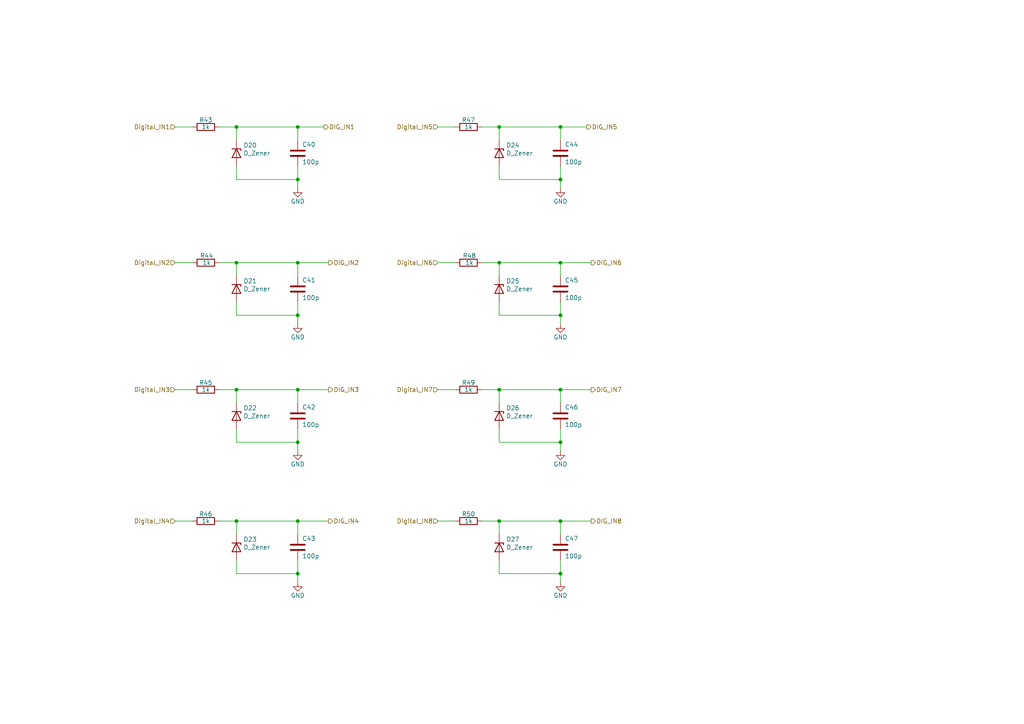
<source format=kicad_sch>
(kicad_sch
	(version 20231120)
	(generator "eeschema")
	(generator_version "8.0")
	(uuid "207f6680-683b-4b53-9b6e-fdbcd7604318")
	(paper "A4")
	(lib_symbols
		(symbol "Device:C"
			(pin_numbers hide)
			(pin_names
				(offset 0.254)
			)
			(exclude_from_sim no)
			(in_bom yes)
			(on_board yes)
			(property "Reference" "C"
				(at 0.635 2.54 0)
				(effects
					(font
						(size 1.27 1.27)
					)
					(justify left)
				)
			)
			(property "Value" "C"
				(at 0.635 -2.54 0)
				(effects
					(font
						(size 1.27 1.27)
					)
					(justify left)
				)
			)
			(property "Footprint" ""
				(at 0.9652 -3.81 0)
				(effects
					(font
						(size 1.27 1.27)
					)
					(hide yes)
				)
			)
			(property "Datasheet" "~"
				(at 0 0 0)
				(effects
					(font
						(size 1.27 1.27)
					)
					(hide yes)
				)
			)
			(property "Description" "Unpolarized capacitor"
				(at 0 0 0)
				(effects
					(font
						(size 1.27 1.27)
					)
					(hide yes)
				)
			)
			(property "ki_keywords" "cap capacitor"
				(at 0 0 0)
				(effects
					(font
						(size 1.27 1.27)
					)
					(hide yes)
				)
			)
			(property "ki_fp_filters" "C_*"
				(at 0 0 0)
				(effects
					(font
						(size 1.27 1.27)
					)
					(hide yes)
				)
			)
			(symbol "C_0_1"
				(polyline
					(pts
						(xy -2.032 -0.762) (xy 2.032 -0.762)
					)
					(stroke
						(width 0.508)
						(type default)
					)
					(fill
						(type none)
					)
				)
				(polyline
					(pts
						(xy -2.032 0.762) (xy 2.032 0.762)
					)
					(stroke
						(width 0.508)
						(type default)
					)
					(fill
						(type none)
					)
				)
			)
			(symbol "C_1_1"
				(pin passive line
					(at 0 3.81 270)
					(length 2.794)
					(name "~"
						(effects
							(font
								(size 1.27 1.27)
							)
						)
					)
					(number "1"
						(effects
							(font
								(size 1.27 1.27)
							)
						)
					)
				)
				(pin passive line
					(at 0 -3.81 90)
					(length 2.794)
					(name "~"
						(effects
							(font
								(size 1.27 1.27)
							)
						)
					)
					(number "2"
						(effects
							(font
								(size 1.27 1.27)
							)
						)
					)
				)
			)
		)
		(symbol "Device:D_Zener"
			(pin_numbers hide)
			(pin_names
				(offset 1.016) hide)
			(exclude_from_sim no)
			(in_bom yes)
			(on_board yes)
			(property "Reference" "D"
				(at 0 2.54 0)
				(effects
					(font
						(size 1.27 1.27)
					)
				)
			)
			(property "Value" "D_Zener"
				(at 0 -2.54 0)
				(effects
					(font
						(size 1.27 1.27)
					)
				)
			)
			(property "Footprint" ""
				(at 0 0 0)
				(effects
					(font
						(size 1.27 1.27)
					)
					(hide yes)
				)
			)
			(property "Datasheet" "~"
				(at 0 0 0)
				(effects
					(font
						(size 1.27 1.27)
					)
					(hide yes)
				)
			)
			(property "Description" "Zener diode"
				(at 0 0 0)
				(effects
					(font
						(size 1.27 1.27)
					)
					(hide yes)
				)
			)
			(property "ki_keywords" "diode"
				(at 0 0 0)
				(effects
					(font
						(size 1.27 1.27)
					)
					(hide yes)
				)
			)
			(property "ki_fp_filters" "TO-???* *_Diode_* *SingleDiode* D_*"
				(at 0 0 0)
				(effects
					(font
						(size 1.27 1.27)
					)
					(hide yes)
				)
			)
			(symbol "D_Zener_0_1"
				(polyline
					(pts
						(xy 1.27 0) (xy -1.27 0)
					)
					(stroke
						(width 0)
						(type default)
					)
					(fill
						(type none)
					)
				)
				(polyline
					(pts
						(xy -1.27 -1.27) (xy -1.27 1.27) (xy -0.762 1.27)
					)
					(stroke
						(width 0.254)
						(type default)
					)
					(fill
						(type none)
					)
				)
				(polyline
					(pts
						(xy 1.27 -1.27) (xy 1.27 1.27) (xy -1.27 0) (xy 1.27 -1.27)
					)
					(stroke
						(width 0.254)
						(type default)
					)
					(fill
						(type none)
					)
				)
			)
			(symbol "D_Zener_1_1"
				(pin passive line
					(at -3.81 0 0)
					(length 2.54)
					(name "K"
						(effects
							(font
								(size 1.27 1.27)
							)
						)
					)
					(number "1"
						(effects
							(font
								(size 1.27 1.27)
							)
						)
					)
				)
				(pin passive line
					(at 3.81 0 180)
					(length 2.54)
					(name "A"
						(effects
							(font
								(size 1.27 1.27)
							)
						)
					)
					(number "2"
						(effects
							(font
								(size 1.27 1.27)
							)
						)
					)
				)
			)
		)
		(symbol "Device:R"
			(pin_numbers hide)
			(pin_names
				(offset 0)
			)
			(exclude_from_sim no)
			(in_bom yes)
			(on_board yes)
			(property "Reference" "R"
				(at 2.032 0 90)
				(effects
					(font
						(size 1.27 1.27)
					)
				)
			)
			(property "Value" "R"
				(at 0 0 90)
				(effects
					(font
						(size 1.27 1.27)
					)
				)
			)
			(property "Footprint" ""
				(at -1.778 0 90)
				(effects
					(font
						(size 1.27 1.27)
					)
					(hide yes)
				)
			)
			(property "Datasheet" "~"
				(at 0 0 0)
				(effects
					(font
						(size 1.27 1.27)
					)
					(hide yes)
				)
			)
			(property "Description" "Resistor"
				(at 0 0 0)
				(effects
					(font
						(size 1.27 1.27)
					)
					(hide yes)
				)
			)
			(property "ki_keywords" "R res resistor"
				(at 0 0 0)
				(effects
					(font
						(size 1.27 1.27)
					)
					(hide yes)
				)
			)
			(property "ki_fp_filters" "R_*"
				(at 0 0 0)
				(effects
					(font
						(size 1.27 1.27)
					)
					(hide yes)
				)
			)
			(symbol "R_0_1"
				(rectangle
					(start -1.016 -2.54)
					(end 1.016 2.54)
					(stroke
						(width 0.254)
						(type default)
					)
					(fill
						(type none)
					)
				)
			)
			(symbol "R_1_1"
				(pin passive line
					(at 0 3.81 270)
					(length 1.27)
					(name "~"
						(effects
							(font
								(size 1.27 1.27)
							)
						)
					)
					(number "1"
						(effects
							(font
								(size 1.27 1.27)
							)
						)
					)
				)
				(pin passive line
					(at 0 -3.81 90)
					(length 1.27)
					(name "~"
						(effects
							(font
								(size 1.27 1.27)
							)
						)
					)
					(number "2"
						(effects
							(font
								(size 1.27 1.27)
							)
						)
					)
				)
			)
		)
		(symbol "power:GND"
			(power)
			(pin_names
				(offset 0)
			)
			(exclude_from_sim no)
			(in_bom yes)
			(on_board yes)
			(property "Reference" "#PWR"
				(at 0 -6.35 0)
				(effects
					(font
						(size 1.27 1.27)
					)
					(hide yes)
				)
			)
			(property "Value" "GND"
				(at 0 -3.81 0)
				(effects
					(font
						(size 1.27 1.27)
					)
				)
			)
			(property "Footprint" ""
				(at 0 0 0)
				(effects
					(font
						(size 1.27 1.27)
					)
					(hide yes)
				)
			)
			(property "Datasheet" ""
				(at 0 0 0)
				(effects
					(font
						(size 1.27 1.27)
					)
					(hide yes)
				)
			)
			(property "Description" "Power symbol creates a global label with name \"GND\" , ground"
				(at 0 0 0)
				(effects
					(font
						(size 1.27 1.27)
					)
					(hide yes)
				)
			)
			(property "ki_keywords" "global power"
				(at 0 0 0)
				(effects
					(font
						(size 1.27 1.27)
					)
					(hide yes)
				)
			)
			(symbol "GND_0_1"
				(polyline
					(pts
						(xy 0 0) (xy 0 -1.27) (xy 1.27 -1.27) (xy 0 -2.54) (xy -1.27 -1.27) (xy 0 -1.27)
					)
					(stroke
						(width 0)
						(type default)
					)
					(fill
						(type none)
					)
				)
			)
			(symbol "GND_1_1"
				(pin power_in line
					(at 0 0 270)
					(length 0) hide
					(name "GND"
						(effects
							(font
								(size 1.27 1.27)
							)
						)
					)
					(number "1"
						(effects
							(font
								(size 1.27 1.27)
							)
						)
					)
				)
			)
		)
	)
	(junction
		(at 144.78 36.83)
		(diameter 0)
		(color 0 0 0 0)
		(uuid "0dcad125-9d11-4709-826d-1689a8882926")
	)
	(junction
		(at 86.36 52.07)
		(diameter 0)
		(color 0 0 0 0)
		(uuid "0f4e5a35-dc35-409c-b938-e3ff775993cf")
	)
	(junction
		(at 162.56 76.2)
		(diameter 0)
		(color 0 0 0 0)
		(uuid "14b3dbbd-ab4d-4208-97f9-6117cc20ab0e")
	)
	(junction
		(at 86.36 76.2)
		(diameter 0)
		(color 0 0 0 0)
		(uuid "1b383f34-f674-4a42-a6c1-966a12d55d30")
	)
	(junction
		(at 162.56 52.07)
		(diameter 0)
		(color 0 0 0 0)
		(uuid "211aaa86-760e-4ae4-abc9-31564d0c93bd")
	)
	(junction
		(at 162.56 36.83)
		(diameter 0)
		(color 0 0 0 0)
		(uuid "30e5ecc3-c057-4dfe-8c83-82fc5a09af09")
	)
	(junction
		(at 86.36 166.37)
		(diameter 0)
		(color 0 0 0 0)
		(uuid "339eb744-fc11-4096-b138-dc945f159bce")
	)
	(junction
		(at 68.58 113.03)
		(diameter 0)
		(color 0 0 0 0)
		(uuid "4af65b18-892f-4f26-a762-770bbb6494ad")
	)
	(junction
		(at 68.58 151.13)
		(diameter 0)
		(color 0 0 0 0)
		(uuid "5544d07c-1e90-4b6b-af47-d39d2fe14440")
	)
	(junction
		(at 68.58 36.83)
		(diameter 0)
		(color 0 0 0 0)
		(uuid "589790bc-5829-4b62-9e0b-2b3fb46402b2")
	)
	(junction
		(at 162.56 113.03)
		(diameter 0)
		(color 0 0 0 0)
		(uuid "5bb2f0c2-54fa-454a-b784-816bd039d4dd")
	)
	(junction
		(at 144.78 113.03)
		(diameter 0)
		(color 0 0 0 0)
		(uuid "5fe6eaf8-89cc-421f-9955-b6f25b2f173d")
	)
	(junction
		(at 86.36 36.83)
		(diameter 0)
		(color 0 0 0 0)
		(uuid "68cca245-77f4-47a1-880d-a7e35b4b5aab")
	)
	(junction
		(at 86.36 151.13)
		(diameter 0)
		(color 0 0 0 0)
		(uuid "68e0e5ba-27e7-4ef9-bef2-447122a61d17")
	)
	(junction
		(at 86.36 113.03)
		(diameter 0)
		(color 0 0 0 0)
		(uuid "9ad7ec59-192e-4397-86c0-f4e787e6159c")
	)
	(junction
		(at 162.56 128.27)
		(diameter 0)
		(color 0 0 0 0)
		(uuid "c47ba66b-a0e4-4c8e-9d61-5c5233af9522")
	)
	(junction
		(at 162.56 166.37)
		(diameter 0)
		(color 0 0 0 0)
		(uuid "cf6babd6-aa03-423d-9000-9710e7861867")
	)
	(junction
		(at 86.36 91.44)
		(diameter 0)
		(color 0 0 0 0)
		(uuid "d103993a-1e35-444c-8a1f-c500d8bc7ace")
	)
	(junction
		(at 162.56 151.13)
		(diameter 0)
		(color 0 0 0 0)
		(uuid "df7311f8-3f09-4851-8ff4-4791d3148dea")
	)
	(junction
		(at 86.36 128.27)
		(diameter 0)
		(color 0 0 0 0)
		(uuid "e6059add-0bb8-42ea-ae62-35e5503259a2")
	)
	(junction
		(at 162.56 91.44)
		(diameter 0)
		(color 0 0 0 0)
		(uuid "e83bac5b-168c-4dbd-b409-ac69ef7aea83")
	)
	(junction
		(at 144.78 151.13)
		(diameter 0)
		(color 0 0 0 0)
		(uuid "ef793b23-af1d-494c-bfb5-0f7e1e7af613")
	)
	(junction
		(at 144.78 76.2)
		(diameter 0)
		(color 0 0 0 0)
		(uuid "fe5c9b92-b9e7-4165-b16a-1262911bf778")
	)
	(junction
		(at 68.58 76.2)
		(diameter 0)
		(color 0 0 0 0)
		(uuid "feca32e7-4482-4418-a88d-7356087a146e")
	)
	(wire
		(pts
			(xy 144.78 154.94) (xy 144.78 151.13)
		)
		(stroke
			(width 0)
			(type default)
		)
		(uuid "00dfdfd5-b5f6-4ed3-8805-fe08f867d074")
	)
	(wire
		(pts
			(xy 63.5 113.03) (xy 68.58 113.03)
		)
		(stroke
			(width 0)
			(type default)
		)
		(uuid "016f2f7f-11ec-45df-9176-de651758a6f2")
	)
	(wire
		(pts
			(xy 162.56 124.46) (xy 162.56 128.27)
		)
		(stroke
			(width 0)
			(type default)
		)
		(uuid "033f04c4-6e9d-4364-83fb-5e1e976b39f3")
	)
	(wire
		(pts
			(xy 127 76.2) (xy 132.08 76.2)
		)
		(stroke
			(width 0)
			(type default)
		)
		(uuid "06ded96c-2411-4131-9b4a-b4b0ee5b57f1")
	)
	(wire
		(pts
			(xy 50.8 36.83) (xy 55.88 36.83)
		)
		(stroke
			(width 0)
			(type default)
		)
		(uuid "07984e47-1883-4788-80e6-7f6f4ea966d2")
	)
	(wire
		(pts
			(xy 68.58 91.44) (xy 68.58 87.63)
		)
		(stroke
			(width 0)
			(type default)
		)
		(uuid "0dc750a8-2b71-49b2-abd6-fee7e145a3f0")
	)
	(wire
		(pts
			(xy 144.78 80.01) (xy 144.78 76.2)
		)
		(stroke
			(width 0)
			(type default)
		)
		(uuid "0ecdaf5e-7425-4a6b-bc06-83cbba7e2346")
	)
	(wire
		(pts
			(xy 162.56 36.83) (xy 162.56 40.64)
		)
		(stroke
			(width 0)
			(type default)
		)
		(uuid "11e389c7-1c6d-4bd7-add6-453313cde550")
	)
	(wire
		(pts
			(xy 162.56 151.13) (xy 171.45 151.13)
		)
		(stroke
			(width 0)
			(type default)
		)
		(uuid "1362ccbb-d393-492c-a756-61d82fc3e977")
	)
	(wire
		(pts
			(xy 86.36 124.46) (xy 86.36 128.27)
		)
		(stroke
			(width 0)
			(type default)
		)
		(uuid "154c1ee9-55af-42d7-a5c8-befc809bb92f")
	)
	(wire
		(pts
			(xy 144.78 128.27) (xy 162.56 128.27)
		)
		(stroke
			(width 0)
			(type default)
		)
		(uuid "1921e1c4-33b7-48c8-959a-a566cbd401e5")
	)
	(wire
		(pts
			(xy 68.58 113.03) (xy 86.36 113.03)
		)
		(stroke
			(width 0)
			(type default)
		)
		(uuid "1a228547-f440-426f-8177-f6c84a9e2e79")
	)
	(wire
		(pts
			(xy 86.36 128.27) (xy 86.36 130.81)
		)
		(stroke
			(width 0)
			(type default)
		)
		(uuid "1eb081aa-0b7d-435d-a046-eeb94ea4f534")
	)
	(wire
		(pts
			(xy 144.78 40.64) (xy 144.78 36.83)
		)
		(stroke
			(width 0)
			(type default)
		)
		(uuid "2178cee6-53cd-41ce-9fbd-78390bf76c5d")
	)
	(wire
		(pts
			(xy 68.58 40.64) (xy 68.58 36.83)
		)
		(stroke
			(width 0)
			(type default)
		)
		(uuid "25e33ae1-b66b-4d61-8a7d-0e2200a04cac")
	)
	(wire
		(pts
			(xy 68.58 91.44) (xy 86.36 91.44)
		)
		(stroke
			(width 0)
			(type default)
		)
		(uuid "27d54a60-f061-40e1-b985-e02a04efa86c")
	)
	(wire
		(pts
			(xy 139.7 151.13) (xy 144.78 151.13)
		)
		(stroke
			(width 0)
			(type default)
		)
		(uuid "2a64e70c-0ce3-4a8b-8a72-fd7e5b8aacd3")
	)
	(wire
		(pts
			(xy 86.36 76.2) (xy 86.36 80.01)
		)
		(stroke
			(width 0)
			(type default)
		)
		(uuid "30038bd8-b4bc-40a3-9343-5693c49853ac")
	)
	(wire
		(pts
			(xy 144.78 166.37) (xy 144.78 162.56)
		)
		(stroke
			(width 0)
			(type default)
		)
		(uuid "337738a9-a86a-4795-833f-5d6dece38724")
	)
	(wire
		(pts
			(xy 86.36 113.03) (xy 95.25 113.03)
		)
		(stroke
			(width 0)
			(type default)
		)
		(uuid "3473e711-d17d-4832-b2ab-b4e412014772")
	)
	(wire
		(pts
			(xy 50.8 76.2) (xy 55.88 76.2)
		)
		(stroke
			(width 0)
			(type default)
		)
		(uuid "3c21dfe0-b017-48c3-9586-10ac37f926bb")
	)
	(wire
		(pts
			(xy 127 36.83) (xy 132.08 36.83)
		)
		(stroke
			(width 0)
			(type default)
		)
		(uuid "41b7732f-81fd-4d3c-ab41-73c03d2a2a6d")
	)
	(wire
		(pts
			(xy 68.58 151.13) (xy 86.36 151.13)
		)
		(stroke
			(width 0)
			(type default)
		)
		(uuid "41dda7cc-3c1d-453d-b087-e3cb7aec2543")
	)
	(wire
		(pts
			(xy 68.58 36.83) (xy 86.36 36.83)
		)
		(stroke
			(width 0)
			(type default)
		)
		(uuid "4558e464-9596-49de-9f4a-c12a6a72f003")
	)
	(wire
		(pts
			(xy 68.58 52.07) (xy 86.36 52.07)
		)
		(stroke
			(width 0)
			(type default)
		)
		(uuid "4ca2ef07-0d8e-479a-83d5-7a1418d95a23")
	)
	(wire
		(pts
			(xy 63.5 151.13) (xy 68.58 151.13)
		)
		(stroke
			(width 0)
			(type default)
		)
		(uuid "4e181462-77c8-42a3-b7bb-573ed5db2ba1")
	)
	(wire
		(pts
			(xy 144.78 166.37) (xy 162.56 166.37)
		)
		(stroke
			(width 0)
			(type default)
		)
		(uuid "4e25b593-3101-42c7-89a2-ce7367e3cd84")
	)
	(wire
		(pts
			(xy 86.36 91.44) (xy 86.36 93.98)
		)
		(stroke
			(width 0)
			(type default)
		)
		(uuid "505fda20-06e6-47d5-8048-151c2bb8cb77")
	)
	(wire
		(pts
			(xy 162.56 87.63) (xy 162.56 91.44)
		)
		(stroke
			(width 0)
			(type default)
		)
		(uuid "52c4fd78-e351-4937-8aa9-f6cf714ef06e")
	)
	(wire
		(pts
			(xy 162.56 128.27) (xy 162.56 130.81)
		)
		(stroke
			(width 0)
			(type default)
		)
		(uuid "5f78b3cf-3fc1-41bf-af30-97d65df218ab")
	)
	(wire
		(pts
			(xy 162.56 36.83) (xy 170.18 36.83)
		)
		(stroke
			(width 0)
			(type default)
		)
		(uuid "5f8c2896-e641-4b0d-98b6-37d229290e48")
	)
	(wire
		(pts
			(xy 144.78 116.84) (xy 144.78 113.03)
		)
		(stroke
			(width 0)
			(type default)
		)
		(uuid "6662c960-315e-47a1-855c-0dc69e78364c")
	)
	(wire
		(pts
			(xy 86.36 113.03) (xy 86.36 116.84)
		)
		(stroke
			(width 0)
			(type default)
		)
		(uuid "6ffc4369-8c00-4fdb-97bb-9b592ba20507")
	)
	(wire
		(pts
			(xy 144.78 91.44) (xy 144.78 87.63)
		)
		(stroke
			(width 0)
			(type default)
		)
		(uuid "74c330fa-37ed-4ff0-9932-1bdd3102f8cd")
	)
	(wire
		(pts
			(xy 127 151.13) (xy 132.08 151.13)
		)
		(stroke
			(width 0)
			(type default)
		)
		(uuid "75b6374f-70c8-4211-8cad-b892ef8d85ab")
	)
	(wire
		(pts
			(xy 50.8 151.13) (xy 55.88 151.13)
		)
		(stroke
			(width 0)
			(type default)
		)
		(uuid "76de714b-20d6-4abd-8886-c330667f3c6e")
	)
	(wire
		(pts
			(xy 144.78 91.44) (xy 162.56 91.44)
		)
		(stroke
			(width 0)
			(type default)
		)
		(uuid "773da5b0-1f11-4192-968c-57dc51252283")
	)
	(wire
		(pts
			(xy 86.36 36.83) (xy 86.36 40.64)
		)
		(stroke
			(width 0)
			(type default)
		)
		(uuid "777c1421-a3ef-467e-b686-b6e560018e56")
	)
	(wire
		(pts
			(xy 68.58 128.27) (xy 86.36 128.27)
		)
		(stroke
			(width 0)
			(type default)
		)
		(uuid "78163e99-465d-4967-826d-dafae6723b37")
	)
	(wire
		(pts
			(xy 144.78 76.2) (xy 162.56 76.2)
		)
		(stroke
			(width 0)
			(type default)
		)
		(uuid "7d2d6e48-26d5-4979-a940-511086ecbd5c")
	)
	(wire
		(pts
			(xy 139.7 113.03) (xy 144.78 113.03)
		)
		(stroke
			(width 0)
			(type default)
		)
		(uuid "7d61db82-9d7f-4c77-b1b7-f6d0e3ad63d5")
	)
	(wire
		(pts
			(xy 144.78 52.07) (xy 144.78 48.26)
		)
		(stroke
			(width 0)
			(type default)
		)
		(uuid "800a109c-7ef2-46f9-896a-bd98ac926374")
	)
	(wire
		(pts
			(xy 86.36 48.26) (xy 86.36 52.07)
		)
		(stroke
			(width 0)
			(type default)
		)
		(uuid "8301d433-97f9-4732-9502-63652e957b37")
	)
	(wire
		(pts
			(xy 162.56 52.07) (xy 162.56 54.61)
		)
		(stroke
			(width 0)
			(type default)
		)
		(uuid "8363b2b5-3300-4cb6-8cd9-70b053e9de10")
	)
	(wire
		(pts
			(xy 162.56 151.13) (xy 162.56 154.94)
		)
		(stroke
			(width 0)
			(type default)
		)
		(uuid "8414a758-6125-4125-b149-d290ed63ad54")
	)
	(wire
		(pts
			(xy 68.58 166.37) (xy 86.36 166.37)
		)
		(stroke
			(width 0)
			(type default)
		)
		(uuid "86a4876b-cb20-4042-b2e0-3d469906c939")
	)
	(wire
		(pts
			(xy 50.8 113.03) (xy 55.88 113.03)
		)
		(stroke
			(width 0)
			(type default)
		)
		(uuid "89ab5c7e-b34e-4960-b052-09d207005889")
	)
	(wire
		(pts
			(xy 86.36 76.2) (xy 95.25 76.2)
		)
		(stroke
			(width 0)
			(type default)
		)
		(uuid "8c5c2227-58be-49df-84c4-1fe143fab037")
	)
	(wire
		(pts
			(xy 68.58 128.27) (xy 68.58 124.46)
		)
		(stroke
			(width 0)
			(type default)
		)
		(uuid "8f134a02-7545-4967-b839-0d56d60d7ccb")
	)
	(wire
		(pts
			(xy 86.36 162.56) (xy 86.36 166.37)
		)
		(stroke
			(width 0)
			(type default)
		)
		(uuid "9343e1a1-a8fe-44b4-8d2b-13136e5b8693")
	)
	(wire
		(pts
			(xy 68.58 80.01) (xy 68.58 76.2)
		)
		(stroke
			(width 0)
			(type default)
		)
		(uuid "96da6427-7e08-42e2-b739-5ae1be209e3d")
	)
	(wire
		(pts
			(xy 144.78 151.13) (xy 162.56 151.13)
		)
		(stroke
			(width 0)
			(type default)
		)
		(uuid "9df3abef-cc10-4f48-af53-354436d592e0")
	)
	(wire
		(pts
			(xy 68.58 76.2) (xy 86.36 76.2)
		)
		(stroke
			(width 0)
			(type default)
		)
		(uuid "a1c2c5f1-d6a0-4d1e-9084-5f6308578a67")
	)
	(wire
		(pts
			(xy 144.78 113.03) (xy 162.56 113.03)
		)
		(stroke
			(width 0)
			(type default)
		)
		(uuid "a77ae6dd-34a8-4cd9-81f6-600aa0ba4c0a")
	)
	(wire
		(pts
			(xy 86.36 151.13) (xy 86.36 154.94)
		)
		(stroke
			(width 0)
			(type default)
		)
		(uuid "ad47d2dc-9a1e-42c4-b5ed-0f22685938fe")
	)
	(wire
		(pts
			(xy 162.56 166.37) (xy 162.56 168.91)
		)
		(stroke
			(width 0)
			(type default)
		)
		(uuid "afab6ebc-0e23-4d68-b87b-9f4460380c55")
	)
	(wire
		(pts
			(xy 68.58 52.07) (xy 68.58 48.26)
		)
		(stroke
			(width 0)
			(type default)
		)
		(uuid "b0ec5d8f-c613-4664-a61d-b2e3c7b9356d")
	)
	(wire
		(pts
			(xy 162.56 76.2) (xy 171.45 76.2)
		)
		(stroke
			(width 0)
			(type default)
		)
		(uuid "b4d576bb-1520-4edb-babf-84c143f744b4")
	)
	(wire
		(pts
			(xy 144.78 36.83) (xy 162.56 36.83)
		)
		(stroke
			(width 0)
			(type default)
		)
		(uuid "b7d4d13c-4156-4ba1-b0c8-63617b1d63a7")
	)
	(wire
		(pts
			(xy 162.56 48.26) (xy 162.56 52.07)
		)
		(stroke
			(width 0)
			(type default)
		)
		(uuid "bdee8cdb-f85f-46df-912c-cf2159a98fcf")
	)
	(wire
		(pts
			(xy 86.36 151.13) (xy 95.25 151.13)
		)
		(stroke
			(width 0)
			(type default)
		)
		(uuid "bfc0fb60-2ad4-4ce3-b619-479f0fd3297a")
	)
	(wire
		(pts
			(xy 86.36 166.37) (xy 86.36 168.91)
		)
		(stroke
			(width 0)
			(type default)
		)
		(uuid "c01ab85a-108c-41e6-ba23-b3f3acdbf87f")
	)
	(wire
		(pts
			(xy 144.78 128.27) (xy 144.78 124.46)
		)
		(stroke
			(width 0)
			(type default)
		)
		(uuid "c05cddc3-62fd-4b1a-a9ac-937868cfd759")
	)
	(wire
		(pts
			(xy 162.56 113.03) (xy 162.56 116.84)
		)
		(stroke
			(width 0)
			(type default)
		)
		(uuid "c08b694c-940a-43b2-89e8-3d63c66fa927")
	)
	(wire
		(pts
			(xy 86.36 52.07) (xy 86.36 54.61)
		)
		(stroke
			(width 0)
			(type default)
		)
		(uuid "c5f556bd-8db8-48ff-a804-85c1955a8a82")
	)
	(wire
		(pts
			(xy 63.5 76.2) (xy 68.58 76.2)
		)
		(stroke
			(width 0)
			(type default)
		)
		(uuid "c9bd029c-caaf-4cdc-9dab-63339e9795c4")
	)
	(wire
		(pts
			(xy 162.56 113.03) (xy 171.45 113.03)
		)
		(stroke
			(width 0)
			(type default)
		)
		(uuid "cb50134e-0495-4d68-8d66-999f41e02c4a")
	)
	(wire
		(pts
			(xy 68.58 116.84) (xy 68.58 113.03)
		)
		(stroke
			(width 0)
			(type default)
		)
		(uuid "d0c105bd-43a2-4f90-9c71-b1b0e02b438c")
	)
	(wire
		(pts
			(xy 68.58 166.37) (xy 68.58 162.56)
		)
		(stroke
			(width 0)
			(type default)
		)
		(uuid "d3962a1b-f63b-40a5-b572-2906a57132de")
	)
	(wire
		(pts
			(xy 86.36 87.63) (xy 86.36 91.44)
		)
		(stroke
			(width 0)
			(type default)
		)
		(uuid "d9ef1bdb-bc04-48b2-937f-e78c8f01b84e")
	)
	(wire
		(pts
			(xy 162.56 76.2) (xy 162.56 80.01)
		)
		(stroke
			(width 0)
			(type default)
		)
		(uuid "df4d2524-69dd-438c-a1a0-5153f783a310")
	)
	(wire
		(pts
			(xy 144.78 52.07) (xy 162.56 52.07)
		)
		(stroke
			(width 0)
			(type default)
		)
		(uuid "e1af6759-6f1e-4cca-83c0-6a5470179f2d")
	)
	(wire
		(pts
			(xy 86.36 36.83) (xy 93.98 36.83)
		)
		(stroke
			(width 0)
			(type default)
		)
		(uuid "e22de813-c0bd-41c4-84de-d8b47915e9af")
	)
	(wire
		(pts
			(xy 162.56 162.56) (xy 162.56 166.37)
		)
		(stroke
			(width 0)
			(type default)
		)
		(uuid "e366a88a-c6b7-4033-9212-1faea3271574")
	)
	(wire
		(pts
			(xy 127 113.03) (xy 132.08 113.03)
		)
		(stroke
			(width 0)
			(type default)
		)
		(uuid "e655ca62-00ff-4ee5-985b-949800f8dec0")
	)
	(wire
		(pts
			(xy 139.7 36.83) (xy 144.78 36.83)
		)
		(stroke
			(width 0)
			(type default)
		)
		(uuid "ebf6888e-d6f0-419d-bb3e-a1bb36b19d58")
	)
	(wire
		(pts
			(xy 68.58 154.94) (xy 68.58 151.13)
		)
		(stroke
			(width 0)
			(type default)
		)
		(uuid "f27e717b-d0df-4a80-a476-be86e79ed6f3")
	)
	(wire
		(pts
			(xy 63.5 36.83) (xy 68.58 36.83)
		)
		(stroke
			(width 0)
			(type default)
		)
		(uuid "f37e18e4-e2cf-4726-86c6-0faf3e85f9ff")
	)
	(wire
		(pts
			(xy 162.56 91.44) (xy 162.56 93.98)
		)
		(stroke
			(width 0)
			(type default)
		)
		(uuid "fa3d4173-7681-403f-9603-273a22579c4b")
	)
	(wire
		(pts
			(xy 139.7 76.2) (xy 144.78 76.2)
		)
		(stroke
			(width 0)
			(type default)
		)
		(uuid "fc0a1d7e-a4bb-4e87-ae69-1764e1e56e80")
	)
	(hierarchical_label "Digital_IN4"
		(shape input)
		(at 50.8 151.13 180)
		(fields_autoplaced yes)
		(effects
			(font
				(size 1.27 1.27)
			)
			(justify right)
		)
		(uuid "20c8d288-076b-41fe-b33e-dd286175004c")
	)
	(hierarchical_label "Digital_IN5"
		(shape input)
		(at 127 36.83 180)
		(fields_autoplaced yes)
		(effects
			(font
				(size 1.27 1.27)
			)
			(justify right)
		)
		(uuid "250903ff-679d-4786-8677-423ee24f482f")
	)
	(hierarchical_label "Digital_IN8"
		(shape input)
		(at 127 151.13 180)
		(fields_autoplaced yes)
		(effects
			(font
				(size 1.27 1.27)
			)
			(justify right)
		)
		(uuid "26951dd0-563a-4cc2-aec4-c02096343184")
	)
	(hierarchical_label "Digital_IN7"
		(shape input)
		(at 127 113.03 180)
		(fields_autoplaced yes)
		(effects
			(font
				(size 1.27 1.27)
			)
			(justify right)
		)
		(uuid "334915b8-e4f5-41e4-9164-6fdc582b7ddc")
	)
	(hierarchical_label "Digital_IN2"
		(shape input)
		(at 50.8 76.2 180)
		(fields_autoplaced yes)
		(effects
			(font
				(size 1.27 1.27)
			)
			(justify right)
		)
		(uuid "33e0d030-5131-4510-a1f7-150018541e1c")
	)
	(hierarchical_label "DIG_IN2"
		(shape output)
		(at 95.25 76.2 0)
		(fields_autoplaced yes)
		(effects
			(font
				(size 1.27 1.27)
			)
			(justify left)
		)
		(uuid "3b8bfe3d-757f-4840-97c2-fcaf38c473bb")
	)
	(hierarchical_label "DIG_IN1"
		(shape output)
		(at 93.98 36.83 0)
		(fields_autoplaced yes)
		(effects
			(font
				(size 1.27 1.27)
			)
			(justify left)
		)
		(uuid "5bbed880-07dc-41f0-adae-9824326910de")
	)
	(hierarchical_label "DIG_IN7"
		(shape output)
		(at 171.45 113.03 0)
		(fields_autoplaced yes)
		(effects
			(font
				(size 1.27 1.27)
			)
			(justify left)
		)
		(uuid "7767300f-7874-476b-8906-a04ef19f2ad4")
	)
	(hierarchical_label "DIG_IN3"
		(shape output)
		(at 95.25 113.03 0)
		(fields_autoplaced yes)
		(effects
			(font
				(size 1.27 1.27)
			)
			(justify left)
		)
		(uuid "8e9d2643-c348-40cb-81fd-df81b3f9f108")
	)
	(hierarchical_label "Digital_IN6"
		(shape input)
		(at 127 76.2 180)
		(fields_autoplaced yes)
		(effects
			(font
				(size 1.27 1.27)
			)
			(justify right)
		)
		(uuid "b5548b7a-ad49-4f5e-b22b-97bf9350b1fd")
	)
	(hierarchical_label "DIG_IN4"
		(shape output)
		(at 95.25 151.13 0)
		(fields_autoplaced yes)
		(effects
			(font
				(size 1.27 1.27)
			)
			(justify left)
		)
		(uuid "b871d15a-5728-4f82-b6a8-a8a7d0059eea")
	)
	(hierarchical_label "Digital_IN3"
		(shape input)
		(at 50.8 113.03 180)
		(fields_autoplaced yes)
		(effects
			(font
				(size 1.27 1.27)
			)
			(justify right)
		)
		(uuid "d6efed06-302b-498b-8349-19c19b8c0bb1")
	)
	(hierarchical_label "Digital_IN1"
		(shape input)
		(at 50.8 36.83 180)
		(fields_autoplaced yes)
		(effects
			(font
				(size 1.27 1.27)
			)
			(justify right)
		)
		(uuid "db1fb262-38ea-405d-8b40-d497a47dae32")
	)
	(hierarchical_label "DIG_IN6"
		(shape output)
		(at 171.45 76.2 0)
		(fields_autoplaced yes)
		(effects
			(font
				(size 1.27 1.27)
			)
			(justify left)
		)
		(uuid "dbb00f01-9d94-42e0-97c8-c9bd23c29f9c")
	)
	(hierarchical_label "DIG_IN5"
		(shape output)
		(at 170.18 36.83 0)
		(fields_autoplaced yes)
		(effects
			(font
				(size 1.27 1.27)
			)
			(justify left)
		)
		(uuid "dbe03020-cb7f-469a-88c9-db51848713c8")
	)
	(hierarchical_label "DIG_IN8"
		(shape output)
		(at 171.45 151.13 0)
		(fields_autoplaced yes)
		(effects
			(font
				(size 1.27 1.27)
			)
			(justify left)
		)
		(uuid "fbd62de6-8e23-4ffe-8791-aa490eac2023")
	)
	(symbol
		(lib_id "Device:D_Zener")
		(at 68.58 83.82 270)
		(unit 1)
		(exclude_from_sim no)
		(in_bom yes)
		(on_board yes)
		(dnp no)
		(uuid "0a53e423-c9aa-4427-8495-a47391ba744b")
		(property "Reference" "D21"
			(at 70.5866 81.5086 90)
			(effects
				(font
					(size 1.27 1.27)
				)
				(justify left)
			)
		)
		(property "Value" "D_Zener"
			(at 70.5866 83.82 90)
			(effects
				(font
					(size 1.27 1.27)
				)
				(justify left)
			)
		)
		(property "Footprint" "Diode_SMD:D_SOD-123"
			(at 68.58 83.82 0)
			(effects
				(font
					(size 1.27 1.27)
				)
				(hide yes)
			)
		)
		(property "Datasheet" "~"
			(at 68.58 83.82 0)
			(effects
				(font
					(size 1.27 1.27)
				)
				(hide yes)
			)
		)
		(property "Description" ""
			(at 68.58 83.82 0)
			(effects
				(font
					(size 1.27 1.27)
				)
				(hide yes)
			)
		)
		(property "Part #" "MM3Z5V1ST1G"
			(at 70.5866 86.1314 90)
			(effects
				(font
					(size 1.27 1.27)
				)
				(justify left)
				(hide yes)
			)
		)
		(property "Digikey Part Number" "MM3Z5V1ST1GOSCT-ND"
			(at -101.6 -66.04 0)
			(effects
				(font
					(size 1.27 1.27)
				)
				(hide yes)
			)
		)
		(property "Manufacturer_Name" "On Semi"
			(at -101.6 -66.04 0)
			(effects
				(font
					(size 1.27 1.27)
				)
				(hide yes)
			)
		)
		(property "Manufacturer_Part_Number" "MM3Z5V1ST1G"
			(at -101.6 -66.04 0)
			(effects
				(font
					(size 1.27 1.27)
				)
				(hide yes)
			)
		)
		(property "URL" "https://www.digikey.com/product-detail/en/on-semiconductor/MM3Z5V1ST1G/MM3Z5V1ST1GOSCT-ND/964547"
			(at -101.6 -66.04 0)
			(effects
				(font
					(size 1.27 1.27)
				)
				(hide yes)
			)
		)
		(property "LCSC" "C3736976"
			(at 68.58 83.82 0)
			(effects
				(font
					(size 1.27 1.27)
				)
				(hide yes)
			)
		)
		(property "Arrow Part Number" ""
			(at 68.58 83.82 0)
			(effects
				(font
					(size 1.27 1.27)
				)
				(hide yes)
			)
		)
		(property "Arrow Price/Stock" ""
			(at 68.58 83.82 0)
			(effects
				(font
					(size 1.27 1.27)
				)
				(hide yes)
			)
		)
		(property "Field4" ""
			(at 68.58 83.82 0)
			(effects
				(font
					(size 1.27 1.27)
				)
				(hide yes)
			)
		)
		(property "Height" ""
			(at 68.58 83.82 0)
			(effects
				(font
					(size 1.27 1.27)
				)
				(hide yes)
			)
		)
		(property "Mouser Part Number" ""
			(at 68.58 83.82 0)
			(effects
				(font
					(size 1.27 1.27)
				)
				(hide yes)
			)
		)
		(property "Mouser Price/Stock" ""
			(at 68.58 83.82 0)
			(effects
				(font
					(size 1.27 1.27)
				)
				(hide yes)
			)
		)
		(property "Order code" ""
			(at 68.58 83.82 0)
			(effects
				(font
					(size 1.27 1.27)
				)
				(hide yes)
			)
		)
		(pin "1"
			(uuid "12a6d19a-46f2-482f-9990-b5eecfd2171e")
		)
		(pin "2"
			(uuid "d4b8783d-054c-4466-800c-1c92e025772a")
		)
		(instances
			(project "dats_stm32"
				(path "/e98116d6-d764-40d2-a2d9-7fbc112dfc40/65ae3aec-245d-4da0-a653-cdd05637aa9f"
					(reference "D21")
					(unit 1)
				)
			)
		)
	)
	(symbol
		(lib_id "power:GND")
		(at 86.36 130.81 0)
		(unit 1)
		(exclude_from_sim no)
		(in_bom yes)
		(on_board yes)
		(dnp no)
		(uuid "0b75df2d-4645-4925-af7b-f9add6fe6bfe")
		(property "Reference" "#PWR091"
			(at 86.36 137.16 0)
			(effects
				(font
					(size 1.27 1.27)
				)
				(hide yes)
			)
		)
		(property "Value" "GND"
			(at 86.36 134.62 0)
			(effects
				(font
					(size 1.27 1.27)
				)
			)
		)
		(property "Footprint" ""
			(at 86.36 130.81 0)
			(effects
				(font
					(size 1.27 1.27)
				)
				(hide yes)
			)
		)
		(property "Datasheet" ""
			(at 86.36 130.81 0)
			(effects
				(font
					(size 1.27 1.27)
				)
				(hide yes)
			)
		)
		(property "Description" ""
			(at 86.36 130.81 0)
			(effects
				(font
					(size 1.27 1.27)
				)
				(hide yes)
			)
		)
		(pin "1"
			(uuid "d76c39de-1dbf-4415-aad0-240e8c8a5a82")
		)
		(instances
			(project "dats_stm32"
				(path "/e98116d6-d764-40d2-a2d9-7fbc112dfc40/65ae3aec-245d-4da0-a653-cdd05637aa9f"
					(reference "#PWR091")
					(unit 1)
				)
			)
		)
	)
	(symbol
		(lib_id "Device:D_Zener")
		(at 68.58 120.65 270)
		(unit 1)
		(exclude_from_sim no)
		(in_bom yes)
		(on_board yes)
		(dnp no)
		(uuid "10999fb8-d5a1-4529-a512-0024563051f5")
		(property "Reference" "D22"
			(at 70.5866 118.3386 90)
			(effects
				(font
					(size 1.27 1.27)
				)
				(justify left)
			)
		)
		(property "Value" "D_Zener"
			(at 70.5866 120.65 90)
			(effects
				(font
					(size 1.27 1.27)
				)
				(justify left)
			)
		)
		(property "Footprint" "Diode_SMD:D_SOD-123"
			(at 68.58 120.65 0)
			(effects
				(font
					(size 1.27 1.27)
				)
				(hide yes)
			)
		)
		(property "Datasheet" "~"
			(at 68.58 120.65 0)
			(effects
				(font
					(size 1.27 1.27)
				)
				(hide yes)
			)
		)
		(property "Description" ""
			(at 68.58 120.65 0)
			(effects
				(font
					(size 1.27 1.27)
				)
				(hide yes)
			)
		)
		(property "Part #" "MM3Z5V1ST1G"
			(at 70.5866 122.9614 90)
			(effects
				(font
					(size 1.27 1.27)
				)
				(justify left)
				(hide yes)
			)
		)
		(property "Digikey Part Number" "MM3Z5V1ST1GOSCT-ND"
			(at -101.6 -29.21 0)
			(effects
				(font
					(size 1.27 1.27)
				)
				(hide yes)
			)
		)
		(property "Manufacturer_Name" "On Semi"
			(at -101.6 -29.21 0)
			(effects
				(font
					(size 1.27 1.27)
				)
				(hide yes)
			)
		)
		(property "Manufacturer_Part_Number" "MM3Z5V1ST1G"
			(at -101.6 -29.21 0)
			(effects
				(font
					(size 1.27 1.27)
				)
				(hide yes)
			)
		)
		(property "URL" "https://www.digikey.com/product-detail/en/on-semiconductor/MM3Z5V1ST1G/MM3Z5V1ST1GOSCT-ND/964547"
			(at -101.6 -29.21 0)
			(effects
				(font
					(size 1.27 1.27)
				)
				(hide yes)
			)
		)
		(property "LCSC" "C3736976"
			(at 68.58 120.65 0)
			(effects
				(font
					(size 1.27 1.27)
				)
				(hide yes)
			)
		)
		(property "Arrow Part Number" ""
			(at 68.58 120.65 0)
			(effects
				(font
					(size 1.27 1.27)
				)
				(hide yes)
			)
		)
		(property "Arrow Price/Stock" ""
			(at 68.58 120.65 0)
			(effects
				(font
					(size 1.27 1.27)
				)
				(hide yes)
			)
		)
		(property "Field4" ""
			(at 68.58 120.65 0)
			(effects
				(font
					(size 1.27 1.27)
				)
				(hide yes)
			)
		)
		(property "Height" ""
			(at 68.58 120.65 0)
			(effects
				(font
					(size 1.27 1.27)
				)
				(hide yes)
			)
		)
		(property "Mouser Part Number" ""
			(at 68.58 120.65 0)
			(effects
				(font
					(size 1.27 1.27)
				)
				(hide yes)
			)
		)
		(property "Mouser Price/Stock" ""
			(at 68.58 120.65 0)
			(effects
				(font
					(size 1.27 1.27)
				)
				(hide yes)
			)
		)
		(property "Order code" ""
			(at 68.58 120.65 0)
			(effects
				(font
					(size 1.27 1.27)
				)
				(hide yes)
			)
		)
		(pin "1"
			(uuid "2cb04cbb-d0cb-4a7d-a37b-a1ed7e45861d")
		)
		(pin "2"
			(uuid "d74f6c7c-1522-4b2b-83c6-dd852f8d4fc3")
		)
		(instances
			(project "dats_stm32"
				(path "/e98116d6-d764-40d2-a2d9-7fbc112dfc40/65ae3aec-245d-4da0-a653-cdd05637aa9f"
					(reference "D22")
					(unit 1)
				)
			)
		)
	)
	(symbol
		(lib_id "power:GND")
		(at 86.36 54.61 0)
		(unit 1)
		(exclude_from_sim no)
		(in_bom yes)
		(on_board yes)
		(dnp no)
		(uuid "11d178c7-5336-41cd-9af1-c2a20bf368ae")
		(property "Reference" "#PWR089"
			(at 86.36 60.96 0)
			(effects
				(font
					(size 1.27 1.27)
				)
				(hide yes)
			)
		)
		(property "Value" "GND"
			(at 86.36 58.42 0)
			(effects
				(font
					(size 1.27 1.27)
				)
			)
		)
		(property "Footprint" ""
			(at 86.36 54.61 0)
			(effects
				(font
					(size 1.27 1.27)
				)
				(hide yes)
			)
		)
		(property "Datasheet" ""
			(at 86.36 54.61 0)
			(effects
				(font
					(size 1.27 1.27)
				)
				(hide yes)
			)
		)
		(property "Description" ""
			(at 86.36 54.61 0)
			(effects
				(font
					(size 1.27 1.27)
				)
				(hide yes)
			)
		)
		(pin "1"
			(uuid "b7f41856-83d1-494b-b907-ae12a08abe2d")
		)
		(instances
			(project "dats_stm32"
				(path "/e98116d6-d764-40d2-a2d9-7fbc112dfc40/65ae3aec-245d-4da0-a653-cdd05637aa9f"
					(reference "#PWR089")
					(unit 1)
				)
			)
		)
	)
	(symbol
		(lib_id "Device:R")
		(at 59.69 151.13 90)
		(unit 1)
		(exclude_from_sim no)
		(in_bom yes)
		(on_board yes)
		(dnp no)
		(uuid "1663926c-14e4-41c3-8950-d866ff34c649")
		(property "Reference" "R46"
			(at 59.69 149.098 90)
			(effects
				(font
					(size 1.27 1.27)
				)
			)
		)
		(property "Value" "1k"
			(at 59.69 151.13 90)
			(effects
				(font
					(size 1.27 1.27)
				)
			)
		)
		(property "Footprint" "Resistor_SMD:R_0805_2012Metric"
			(at 59.69 152.908 90)
			(effects
				(font
					(size 1.27 1.27)
				)
				(hide yes)
			)
		)
		(property "Datasheet" "~"
			(at 59.69 151.13 0)
			(effects
				(font
					(size 1.27 1.27)
				)
				(hide yes)
			)
		)
		(property "Description" ""
			(at 59.69 151.13 0)
			(effects
				(font
					(size 1.27 1.27)
				)
				(hide yes)
			)
		)
		(property "Digikey Part Number" "311-1.00KCRCT-ND"
			(at 223.52 289.56 0)
			(effects
				(font
					(size 1.27 1.27)
				)
				(hide yes)
			)
		)
		(property "Manufacturer_Name" "Yageo"
			(at 223.52 289.56 0)
			(effects
				(font
					(size 1.27 1.27)
				)
				(hide yes)
			)
		)
		(property "Manufacturer_Part_Number" "RC0805FR-071KL"
			(at 223.52 289.56 0)
			(effects
				(font
					(size 1.27 1.27)
				)
				(hide yes)
			)
		)
		(property "URL" "https://www.digikey.com/product-detail/en/yageo/RC0805FR-071KL/311-1.00KCRCT-ND/730391"
			(at 223.52 289.56 0)
			(effects
				(font
					(size 1.27 1.27)
				)
				(hide yes)
			)
		)
		(property "LCSC" "C17513"
			(at 59.69 151.13 0)
			(effects
				(font
					(size 1.27 1.27)
				)
				(hide yes)
			)
		)
		(property "Arrow Part Number" ""
			(at 59.69 151.13 0)
			(effects
				(font
					(size 1.27 1.27)
				)
				(hide yes)
			)
		)
		(property "Arrow Price/Stock" ""
			(at 59.69 151.13 0)
			(effects
				(font
					(size 1.27 1.27)
				)
				(hide yes)
			)
		)
		(property "Field4" ""
			(at 59.69 151.13 0)
			(effects
				(font
					(size 1.27 1.27)
				)
				(hide yes)
			)
		)
		(property "Height" ""
			(at 59.69 151.13 0)
			(effects
				(font
					(size 1.27 1.27)
				)
				(hide yes)
			)
		)
		(property "Mouser Part Number" ""
			(at 59.69 151.13 0)
			(effects
				(font
					(size 1.27 1.27)
				)
				(hide yes)
			)
		)
		(property "Mouser Price/Stock" ""
			(at 59.69 151.13 0)
			(effects
				(font
					(size 1.27 1.27)
				)
				(hide yes)
			)
		)
		(property "Order code" ""
			(at 59.69 151.13 0)
			(effects
				(font
					(size 1.27 1.27)
				)
				(hide yes)
			)
		)
		(pin "1"
			(uuid "d99ac8fb-fe6e-4eed-b618-b9d9eebbd24f")
		)
		(pin "2"
			(uuid "3deb0f2e-71ca-4eea-8891-56f5198a8687")
		)
		(instances
			(project "dats_stm32"
				(path "/e98116d6-d764-40d2-a2d9-7fbc112dfc40/65ae3aec-245d-4da0-a653-cdd05637aa9f"
					(reference "R46")
					(unit 1)
				)
			)
		)
	)
	(symbol
		(lib_id "Device:R")
		(at 135.89 151.13 90)
		(unit 1)
		(exclude_from_sim no)
		(in_bom yes)
		(on_board yes)
		(dnp no)
		(uuid "1684346c-5547-4691-a940-e8305f6d857b")
		(property "Reference" "R50"
			(at 135.89 149.098 90)
			(effects
				(font
					(size 1.27 1.27)
				)
			)
		)
		(property "Value" "1k"
			(at 135.89 151.13 90)
			(effects
				(font
					(size 1.27 1.27)
				)
			)
		)
		(property "Footprint" "Resistor_SMD:R_0805_2012Metric"
			(at 135.89 152.908 90)
			(effects
				(font
					(size 1.27 1.27)
				)
				(hide yes)
			)
		)
		(property "Datasheet" "~"
			(at 135.89 151.13 0)
			(effects
				(font
					(size 1.27 1.27)
				)
				(hide yes)
			)
		)
		(property "Description" ""
			(at 135.89 151.13 0)
			(effects
				(font
					(size 1.27 1.27)
				)
				(hide yes)
			)
		)
		(property "Digikey Part Number" "311-1.00KCRCT-ND"
			(at 299.72 289.56 0)
			(effects
				(font
					(size 1.27 1.27)
				)
				(hide yes)
			)
		)
		(property "Manufacturer_Name" "Yageo"
			(at 299.72 289.56 0)
			(effects
				(font
					(size 1.27 1.27)
				)
				(hide yes)
			)
		)
		(property "Manufacturer_Part_Number" "RC0805FR-071KL"
			(at 299.72 289.56 0)
			(effects
				(font
					(size 1.27 1.27)
				)
				(hide yes)
			)
		)
		(property "URL" "https://www.digikey.com/product-detail/en/yageo/RC0805FR-071KL/311-1.00KCRCT-ND/730391"
			(at 299.72 289.56 0)
			(effects
				(font
					(size 1.27 1.27)
				)
				(hide yes)
			)
		)
		(property "LCSC" "C17513"
			(at 135.89 151.13 0)
			(effects
				(font
					(size 1.27 1.27)
				)
				(hide yes)
			)
		)
		(property "Arrow Part Number" ""
			(at 135.89 151.13 0)
			(effects
				(font
					(size 1.27 1.27)
				)
				(hide yes)
			)
		)
		(property "Arrow Price/Stock" ""
			(at 135.89 151.13 0)
			(effects
				(font
					(size 1.27 1.27)
				)
				(hide yes)
			)
		)
		(property "Field4" ""
			(at 135.89 151.13 0)
			(effects
				(font
					(size 1.27 1.27)
				)
				(hide yes)
			)
		)
		(property "Height" ""
			(at 135.89 151.13 0)
			(effects
				(font
					(size 1.27 1.27)
				)
				(hide yes)
			)
		)
		(property "Mouser Part Number" ""
			(at 135.89 151.13 0)
			(effects
				(font
					(size 1.27 1.27)
				)
				(hide yes)
			)
		)
		(property "Mouser Price/Stock" ""
			(at 135.89 151.13 0)
			(effects
				(font
					(size 1.27 1.27)
				)
				(hide yes)
			)
		)
		(property "Order code" ""
			(at 135.89 151.13 0)
			(effects
				(font
					(size 1.27 1.27)
				)
				(hide yes)
			)
		)
		(pin "1"
			(uuid "cad5de80-3c9d-4e70-9a54-e222e67d023e")
		)
		(pin "2"
			(uuid "716e54cf-0dbb-4640-bb5e-11eaad3b7829")
		)
		(instances
			(project "dats_stm32"
				(path "/e98116d6-d764-40d2-a2d9-7fbc112dfc40/65ae3aec-245d-4da0-a653-cdd05637aa9f"
					(reference "R50")
					(unit 1)
				)
			)
		)
	)
	(symbol
		(lib_id "Device:D_Zener")
		(at 68.58 158.75 270)
		(unit 1)
		(exclude_from_sim no)
		(in_bom yes)
		(on_board yes)
		(dnp no)
		(uuid "2bae6956-8388-4ad2-9206-270c06575c79")
		(property "Reference" "D23"
			(at 70.5866 156.4386 90)
			(effects
				(font
					(size 1.27 1.27)
				)
				(justify left)
			)
		)
		(property "Value" "D_Zener"
			(at 70.5866 158.75 90)
			(effects
				(font
					(size 1.27 1.27)
				)
				(justify left)
			)
		)
		(property "Footprint" "Diode_SMD:D_SOD-123"
			(at 68.58 158.75 0)
			(effects
				(font
					(size 1.27 1.27)
				)
				(hide yes)
			)
		)
		(property "Datasheet" "~"
			(at 68.58 158.75 0)
			(effects
				(font
					(size 1.27 1.27)
				)
				(hide yes)
			)
		)
		(property "Description" ""
			(at 68.58 158.75 0)
			(effects
				(font
					(size 1.27 1.27)
				)
				(hide yes)
			)
		)
		(property "Part #" "MM3Z5V1ST1G"
			(at 70.5866 161.0614 90)
			(effects
				(font
					(size 1.27 1.27)
				)
				(justify left)
				(hide yes)
			)
		)
		(property "Digikey Part Number" "MM3Z5V1ST1GOSCT-ND"
			(at -101.6 8.89 0)
			(effects
				(font
					(size 1.27 1.27)
				)
				(hide yes)
			)
		)
		(property "Manufacturer_Name" "On Semi"
			(at -101.6 8.89 0)
			(effects
				(font
					(size 1.27 1.27)
				)
				(hide yes)
			)
		)
		(property "Manufacturer_Part_Number" "MM3Z5V1ST1G"
			(at -101.6 8.89 0)
			(effects
				(font
					(size 1.27 1.27)
				)
				(hide yes)
			)
		)
		(property "URL" "https://www.digikey.com/product-detail/en/on-semiconductor/MM3Z5V1ST1G/MM3Z5V1ST1GOSCT-ND/964547"
			(at -101.6 8.89 0)
			(effects
				(font
					(size 1.27 1.27)
				)
				(hide yes)
			)
		)
		(property "LCSC" "C3736976"
			(at 68.58 158.75 0)
			(effects
				(font
					(size 1.27 1.27)
				)
				(hide yes)
			)
		)
		(property "Arrow Part Number" ""
			(at 68.58 158.75 0)
			(effects
				(font
					(size 1.27 1.27)
				)
				(hide yes)
			)
		)
		(property "Arrow Price/Stock" ""
			(at 68.58 158.75 0)
			(effects
				(font
					(size 1.27 1.27)
				)
				(hide yes)
			)
		)
		(property "Field4" ""
			(at 68.58 158.75 0)
			(effects
				(font
					(size 1.27 1.27)
				)
				(hide yes)
			)
		)
		(property "Height" ""
			(at 68.58 158.75 0)
			(effects
				(font
					(size 1.27 1.27)
				)
				(hide yes)
			)
		)
		(property "Mouser Part Number" ""
			(at 68.58 158.75 0)
			(effects
				(font
					(size 1.27 1.27)
				)
				(hide yes)
			)
		)
		(property "Mouser Price/Stock" ""
			(at 68.58 158.75 0)
			(effects
				(font
					(size 1.27 1.27)
				)
				(hide yes)
			)
		)
		(property "Order code" ""
			(at 68.58 158.75 0)
			(effects
				(font
					(size 1.27 1.27)
				)
				(hide yes)
			)
		)
		(pin "1"
			(uuid "2a80bd37-dd10-4283-8952-ea5229fc4435")
		)
		(pin "2"
			(uuid "d38b0084-41bd-4392-81ca-a2e606c5650d")
		)
		(instances
			(project "dats_stm32"
				(path "/e98116d6-d764-40d2-a2d9-7fbc112dfc40/65ae3aec-245d-4da0-a653-cdd05637aa9f"
					(reference "D23")
					(unit 1)
				)
			)
		)
	)
	(symbol
		(lib_id "power:GND")
		(at 86.36 168.91 0)
		(unit 1)
		(exclude_from_sim no)
		(in_bom yes)
		(on_board yes)
		(dnp no)
		(uuid "3932179e-8eea-43cc-9a2f-2ffcd313674d")
		(property "Reference" "#PWR092"
			(at 86.36 175.26 0)
			(effects
				(font
					(size 1.27 1.27)
				)
				(hide yes)
			)
		)
		(property "Value" "GND"
			(at 86.36 172.72 0)
			(effects
				(font
					(size 1.27 1.27)
				)
			)
		)
		(property "Footprint" ""
			(at 86.36 168.91 0)
			(effects
				(font
					(size 1.27 1.27)
				)
				(hide yes)
			)
		)
		(property "Datasheet" ""
			(at 86.36 168.91 0)
			(effects
				(font
					(size 1.27 1.27)
				)
				(hide yes)
			)
		)
		(property "Description" ""
			(at 86.36 168.91 0)
			(effects
				(font
					(size 1.27 1.27)
				)
				(hide yes)
			)
		)
		(pin "1"
			(uuid "f0aaf51f-ce45-4ab1-b2fb-aadaeba5826e")
		)
		(instances
			(project "dats_stm32"
				(path "/e98116d6-d764-40d2-a2d9-7fbc112dfc40/65ae3aec-245d-4da0-a653-cdd05637aa9f"
					(reference "#PWR092")
					(unit 1)
				)
			)
		)
	)
	(symbol
		(lib_id "Device:C")
		(at 162.56 83.82 0)
		(unit 1)
		(exclude_from_sim no)
		(in_bom yes)
		(on_board yes)
		(dnp no)
		(uuid "39ad139f-a8f2-428a-8057-0732c1cbbbc0")
		(property "Reference" "C45"
			(at 163.83 81.28 0)
			(effects
				(font
					(size 1.27 1.27)
				)
				(justify left)
			)
		)
		(property "Value" "100p"
			(at 163.83 86.36 0)
			(effects
				(font
					(size 1.27 1.27)
				)
				(justify left)
			)
		)
		(property "Footprint" "Capacitor_SMD:C_0805_2012Metric"
			(at 163.5252 87.63 0)
			(effects
				(font
					(size 1.27 1.27)
				)
				(hide yes)
			)
		)
		(property "Datasheet" "~"
			(at 162.56 83.82 0)
			(effects
				(font
					(size 1.27 1.27)
				)
				(hide yes)
			)
		)
		(property "Description" ""
			(at 162.56 83.82 0)
			(effects
				(font
					(size 1.27 1.27)
				)
				(hide yes)
			)
		)
		(property "Digikey Part Number" "1276-1284-1-ND"
			(at 5.08 218.44 0)
			(effects
				(font
					(size 1.27 1.27)
				)
				(hide yes)
			)
		)
		(property "Manufacturer_Name" "Samsung"
			(at 5.08 218.44 0)
			(effects
				(font
					(size 1.27 1.27)
				)
				(hide yes)
			)
		)
		(property "Manufacturer_Part_Number" "CL21B224KOCNNNC"
			(at 5.08 218.44 0)
			(effects
				(font
					(size 1.27 1.27)
				)
				(hide yes)
			)
		)
		(property "URL" "https://www.digikey.com/product-detail/en/samsung-electro-mechanics-america-inc/CL21B224KOCNNNC/1276-1284-1-ND/3889370"
			(at 5.08 218.44 0)
			(effects
				(font
					(size 1.27 1.27)
				)
				(hide yes)
			)
		)
		(property "LCSC" "C5378"
			(at 162.56 83.82 0)
			(effects
				(font
					(size 1.27 1.27)
				)
				(hide yes)
			)
		)
		(property "Arrow Part Number" ""
			(at 162.56 83.82 0)
			(effects
				(font
					(size 1.27 1.27)
				)
				(hide yes)
			)
		)
		(property "Arrow Price/Stock" ""
			(at 162.56 83.82 0)
			(effects
				(font
					(size 1.27 1.27)
				)
				(hide yes)
			)
		)
		(property "Field4" ""
			(at 162.56 83.82 0)
			(effects
				(font
					(size 1.27 1.27)
				)
				(hide yes)
			)
		)
		(property "Height" ""
			(at 162.56 83.82 0)
			(effects
				(font
					(size 1.27 1.27)
				)
				(hide yes)
			)
		)
		(property "Mouser Part Number" ""
			(at 162.56 83.82 0)
			(effects
				(font
					(size 1.27 1.27)
				)
				(hide yes)
			)
		)
		(property "Mouser Price/Stock" ""
			(at 162.56 83.82 0)
			(effects
				(font
					(size 1.27 1.27)
				)
				(hide yes)
			)
		)
		(property "Order code" ""
			(at 162.56 83.82 0)
			(effects
				(font
					(size 1.27 1.27)
				)
				(hide yes)
			)
		)
		(pin "1"
			(uuid "37373e99-b8be-4e71-8480-bd4e50477bb5")
		)
		(pin "2"
			(uuid "6ae2b0a7-b1d1-464e-831d-b1b9e5344124")
		)
		(instances
			(project "dats_stm32"
				(path "/e98116d6-d764-40d2-a2d9-7fbc112dfc40/65ae3aec-245d-4da0-a653-cdd05637aa9f"
					(reference "C45")
					(unit 1)
				)
			)
		)
	)
	(symbol
		(lib_id "Device:D_Zener")
		(at 144.78 83.82 270)
		(unit 1)
		(exclude_from_sim no)
		(in_bom yes)
		(on_board yes)
		(dnp no)
		(uuid "3c0f0489-f3eb-4735-959e-6d1dfc3d140e")
		(property "Reference" "D25"
			(at 146.7866 81.5086 90)
			(effects
				(font
					(size 1.27 1.27)
				)
				(justify left)
			)
		)
		(property "Value" "D_Zener"
			(at 146.7866 83.82 90)
			(effects
				(font
					(size 1.27 1.27)
				)
				(justify left)
			)
		)
		(property "Footprint" "Diode_SMD:D_SOD-123"
			(at 144.78 83.82 0)
			(effects
				(font
					(size 1.27 1.27)
				)
				(hide yes)
			)
		)
		(property "Datasheet" "~"
			(at 144.78 83.82 0)
			(effects
				(font
					(size 1.27 1.27)
				)
				(hide yes)
			)
		)
		(property "Description" ""
			(at 144.78 83.82 0)
			(effects
				(font
					(size 1.27 1.27)
				)
				(hide yes)
			)
		)
		(property "Part #" "MM3Z5V1ST1G"
			(at 146.7866 86.1314 90)
			(effects
				(font
					(size 1.27 1.27)
				)
				(justify left)
				(hide yes)
			)
		)
		(property "Digikey Part Number" "MM3Z5V1ST1GOSCT-ND"
			(at -25.4 -66.04 0)
			(effects
				(font
					(size 1.27 1.27)
				)
				(hide yes)
			)
		)
		(property "Manufacturer_Name" "On Semi"
			(at -25.4 -66.04 0)
			(effects
				(font
					(size 1.27 1.27)
				)
				(hide yes)
			)
		)
		(property "Manufacturer_Part_Number" "MM3Z5V1ST1G"
			(at -25.4 -66.04 0)
			(effects
				(font
					(size 1.27 1.27)
				)
				(hide yes)
			)
		)
		(property "URL" "https://www.digikey.com/product-detail/en/on-semiconductor/MM3Z5V1ST1G/MM3Z5V1ST1GOSCT-ND/964547"
			(at -25.4 -66.04 0)
			(effects
				(font
					(size 1.27 1.27)
				)
				(hide yes)
			)
		)
		(property "LCSC" "C3736976"
			(at 144.78 83.82 0)
			(effects
				(font
					(size 1.27 1.27)
				)
				(hide yes)
			)
		)
		(property "Arrow Part Number" ""
			(at 144.78 83.82 0)
			(effects
				(font
					(size 1.27 1.27)
				)
				(hide yes)
			)
		)
		(property "Arrow Price/Stock" ""
			(at 144.78 83.82 0)
			(effects
				(font
					(size 1.27 1.27)
				)
				(hide yes)
			)
		)
		(property "Field4" ""
			(at 144.78 83.82 0)
			(effects
				(font
					(size 1.27 1.27)
				)
				(hide yes)
			)
		)
		(property "Height" ""
			(at 144.78 83.82 0)
			(effects
				(font
					(size 1.27 1.27)
				)
				(hide yes)
			)
		)
		(property "Mouser Part Number" ""
			(at 144.78 83.82 0)
			(effects
				(font
					(size 1.27 1.27)
				)
				(hide yes)
			)
		)
		(property "Mouser Price/Stock" ""
			(at 144.78 83.82 0)
			(effects
				(font
					(size 1.27 1.27)
				)
				(hide yes)
			)
		)
		(property "Order code" ""
			(at 144.78 83.82 0)
			(effects
				(font
					(size 1.27 1.27)
				)
				(hide yes)
			)
		)
		(pin "1"
			(uuid "a813986d-d587-4e6c-9663-d11703c095a6")
		)
		(pin "2"
			(uuid "694bc675-e29a-4f54-81dd-69440031c3ab")
		)
		(instances
			(project "dats_stm32"
				(path "/e98116d6-d764-40d2-a2d9-7fbc112dfc40/65ae3aec-245d-4da0-a653-cdd05637aa9f"
					(reference "D25")
					(unit 1)
				)
			)
		)
	)
	(symbol
		(lib_id "Device:D_Zener")
		(at 144.78 158.75 270)
		(unit 1)
		(exclude_from_sim no)
		(in_bom yes)
		(on_board yes)
		(dnp no)
		(uuid "3c3e6cb0-fede-407d-a03e-e3930e17d1e2")
		(property "Reference" "D27"
			(at 146.7866 156.4386 90)
			(effects
				(font
					(size 1.27 1.27)
				)
				(justify left)
			)
		)
		(property "Value" "D_Zener"
			(at 146.7866 158.75 90)
			(effects
				(font
					(size 1.27 1.27)
				)
				(justify left)
			)
		)
		(property "Footprint" "Diode_SMD:D_SOD-123"
			(at 144.78 158.75 0)
			(effects
				(font
					(size 1.27 1.27)
				)
				(hide yes)
			)
		)
		(property "Datasheet" "~"
			(at 144.78 158.75 0)
			(effects
				(font
					(size 1.27 1.27)
				)
				(hide yes)
			)
		)
		(property "Description" ""
			(at 144.78 158.75 0)
			(effects
				(font
					(size 1.27 1.27)
				)
				(hide yes)
			)
		)
		(property "Part #" "MM3Z5V1ST1G"
			(at 146.7866 161.0614 90)
			(effects
				(font
					(size 1.27 1.27)
				)
				(justify left)
				(hide yes)
			)
		)
		(property "Digikey Part Number" "MM3Z5V1ST1GOSCT-ND"
			(at -25.4 8.89 0)
			(effects
				(font
					(size 1.27 1.27)
				)
				(hide yes)
			)
		)
		(property "Manufacturer_Name" "On Semi"
			(at -25.4 8.89 0)
			(effects
				(font
					(size 1.27 1.27)
				)
				(hide yes)
			)
		)
		(property "Manufacturer_Part_Number" "MM3Z5V1ST1G"
			(at -25.4 8.89 0)
			(effects
				(font
					(size 1.27 1.27)
				)
				(hide yes)
			)
		)
		(property "URL" "https://www.digikey.com/product-detail/en/on-semiconductor/MM3Z5V1ST1G/MM3Z5V1ST1GOSCT-ND/964547"
			(at -25.4 8.89 0)
			(effects
				(font
					(size 1.27 1.27)
				)
				(hide yes)
			)
		)
		(property "LCSC" "C3736976"
			(at 144.78 158.75 0)
			(effects
				(font
					(size 1.27 1.27)
				)
				(hide yes)
			)
		)
		(property "Arrow Part Number" ""
			(at 144.78 158.75 0)
			(effects
				(font
					(size 1.27 1.27)
				)
				(hide yes)
			)
		)
		(property "Arrow Price/Stock" ""
			(at 144.78 158.75 0)
			(effects
				(font
					(size 1.27 1.27)
				)
				(hide yes)
			)
		)
		(property "Field4" ""
			(at 144.78 158.75 0)
			(effects
				(font
					(size 1.27 1.27)
				)
				(hide yes)
			)
		)
		(property "Height" ""
			(at 144.78 158.75 0)
			(effects
				(font
					(size 1.27 1.27)
				)
				(hide yes)
			)
		)
		(property "Mouser Part Number" ""
			(at 144.78 158.75 0)
			(effects
				(font
					(size 1.27 1.27)
				)
				(hide yes)
			)
		)
		(property "Mouser Price/Stock" ""
			(at 144.78 158.75 0)
			(effects
				(font
					(size 1.27 1.27)
				)
				(hide yes)
			)
		)
		(property "Order code" ""
			(at 144.78 158.75 0)
			(effects
				(font
					(size 1.27 1.27)
				)
				(hide yes)
			)
		)
		(pin "1"
			(uuid "8d343650-a489-40e0-943a-fab909c0cc90")
		)
		(pin "2"
			(uuid "b7729749-1458-4af2-bd1d-df43e86145b2")
		)
		(instances
			(project "dats_stm32"
				(path "/e98116d6-d764-40d2-a2d9-7fbc112dfc40/65ae3aec-245d-4da0-a653-cdd05637aa9f"
					(reference "D27")
					(unit 1)
				)
			)
		)
	)
	(symbol
		(lib_id "Device:R")
		(at 59.69 76.2 90)
		(unit 1)
		(exclude_from_sim no)
		(in_bom yes)
		(on_board yes)
		(dnp no)
		(uuid "425c5ab1-6db1-4779-a4c5-03fde9f4418c")
		(property "Reference" "R44"
			(at 59.944 74.168 90)
			(effects
				(font
					(size 1.27 1.27)
				)
			)
		)
		(property "Value" "1k"
			(at 59.944 76.2 90)
			(effects
				(font
					(size 1.27 1.27)
				)
			)
		)
		(property "Footprint" "Resistor_SMD:R_0805_2012Metric"
			(at 59.69 77.978 90)
			(effects
				(font
					(size 1.27 1.27)
				)
				(hide yes)
			)
		)
		(property "Datasheet" "~"
			(at 59.69 76.2 0)
			(effects
				(font
					(size 1.27 1.27)
				)
				(hide yes)
			)
		)
		(property "Description" ""
			(at 59.69 76.2 0)
			(effects
				(font
					(size 1.27 1.27)
				)
				(hide yes)
			)
		)
		(property "Digikey Part Number" "311-1.00KCRCT-ND"
			(at 223.52 214.63 0)
			(effects
				(font
					(size 1.27 1.27)
				)
				(hide yes)
			)
		)
		(property "Manufacturer_Name" "Yageo"
			(at 223.52 214.63 0)
			(effects
				(font
					(size 1.27 1.27)
				)
				(hide yes)
			)
		)
		(property "Manufacturer_Part_Number" "RC0805FR-071KL"
			(at 223.52 214.63 0)
			(effects
				(font
					(size 1.27 1.27)
				)
				(hide yes)
			)
		)
		(property "URL" "https://www.digikey.com/product-detail/en/yageo/RC0805FR-071KL/311-1.00KCRCT-ND/730391"
			(at 223.52 214.63 0)
			(effects
				(font
					(size 1.27 1.27)
				)
				(hide yes)
			)
		)
		(property "LCSC" "C17513"
			(at 59.69 76.2 0)
			(effects
				(font
					(size 1.27 1.27)
				)
				(hide yes)
			)
		)
		(property "Arrow Part Number" ""
			(at 59.69 76.2 0)
			(effects
				(font
					(size 1.27 1.27)
				)
				(hide yes)
			)
		)
		(property "Arrow Price/Stock" ""
			(at 59.69 76.2 0)
			(effects
				(font
					(size 1.27 1.27)
				)
				(hide yes)
			)
		)
		(property "Field4" ""
			(at 59.69 76.2 0)
			(effects
				(font
					(size 1.27 1.27)
				)
				(hide yes)
			)
		)
		(property "Height" ""
			(at 59.69 76.2 0)
			(effects
				(font
					(size 1.27 1.27)
				)
				(hide yes)
			)
		)
		(property "Mouser Part Number" ""
			(at 59.69 76.2 0)
			(effects
				(font
					(size 1.27 1.27)
				)
				(hide yes)
			)
		)
		(property "Mouser Price/Stock" ""
			(at 59.69 76.2 0)
			(effects
				(font
					(size 1.27 1.27)
				)
				(hide yes)
			)
		)
		(property "Order code" ""
			(at 59.69 76.2 0)
			(effects
				(font
					(size 1.27 1.27)
				)
				(hide yes)
			)
		)
		(pin "1"
			(uuid "b427a011-7a28-4501-96af-e7253097b258")
		)
		(pin "2"
			(uuid "69c2ce9b-bcea-498f-8536-df32ce11d792")
		)
		(instances
			(project "dats_stm32"
				(path "/e98116d6-d764-40d2-a2d9-7fbc112dfc40/65ae3aec-245d-4da0-a653-cdd05637aa9f"
					(reference "R44")
					(unit 1)
				)
			)
		)
	)
	(symbol
		(lib_id "Device:C")
		(at 86.36 83.82 0)
		(unit 1)
		(exclude_from_sim no)
		(in_bom yes)
		(on_board yes)
		(dnp no)
		(uuid "53adb0a2-e33b-461a-8580-5e3f5ef9354e")
		(property "Reference" "C41"
			(at 87.63 81.28 0)
			(effects
				(font
					(size 1.27 1.27)
				)
				(justify left)
			)
		)
		(property "Value" "100p"
			(at 87.63 86.36 0)
			(effects
				(font
					(size 1.27 1.27)
				)
				(justify left)
			)
		)
		(property "Footprint" "Capacitor_SMD:C_0805_2012Metric"
			(at 87.3252 87.63 0)
			(effects
				(font
					(size 1.27 1.27)
				)
				(hide yes)
			)
		)
		(property "Datasheet" "~"
			(at 86.36 83.82 0)
			(effects
				(font
					(size 1.27 1.27)
				)
				(hide yes)
			)
		)
		(property "Description" ""
			(at 86.36 83.82 0)
			(effects
				(font
					(size 1.27 1.27)
				)
				(hide yes)
			)
		)
		(property "Digikey Part Number" "1276-1284-1-ND"
			(at -71.12 218.44 0)
			(effects
				(font
					(size 1.27 1.27)
				)
				(hide yes)
			)
		)
		(property "Manufacturer_Name" "Samsung"
			(at -71.12 218.44 0)
			(effects
				(font
					(size 1.27 1.27)
				)
				(hide yes)
			)
		)
		(property "Manufacturer_Part_Number" "CL21B224KOCNNNC"
			(at -71.12 218.44 0)
			(effects
				(font
					(size 1.27 1.27)
				)
				(hide yes)
			)
		)
		(property "URL" "https://www.digikey.com/product-detail/en/samsung-electro-mechanics-america-inc/CL21B224KOCNNNC/1276-1284-1-ND/3889370"
			(at -71.12 218.44 0)
			(effects
				(font
					(size 1.27 1.27)
				)
				(hide yes)
			)
		)
		(property "LCSC" "C5378"
			(at 86.36 83.82 0)
			(effects
				(font
					(size 1.27 1.27)
				)
				(hide yes)
			)
		)
		(property "Arrow Part Number" ""
			(at 86.36 83.82 0)
			(effects
				(font
					(size 1.27 1.27)
				)
				(hide yes)
			)
		)
		(property "Arrow Price/Stock" ""
			(at 86.36 83.82 0)
			(effects
				(font
					(size 1.27 1.27)
				)
				(hide yes)
			)
		)
		(property "Field4" ""
			(at 86.36 83.82 0)
			(effects
				(font
					(size 1.27 1.27)
				)
				(hide yes)
			)
		)
		(property "Height" ""
			(at 86.36 83.82 0)
			(effects
				(font
					(size 1.27 1.27)
				)
				(hide yes)
			)
		)
		(property "Mouser Part Number" ""
			(at 86.36 83.82 0)
			(effects
				(font
					(size 1.27 1.27)
				)
				(hide yes)
			)
		)
		(property "Mouser Price/Stock" ""
			(at 86.36 83.82 0)
			(effects
				(font
					(size 1.27 1.27)
				)
				(hide yes)
			)
		)
		(property "Order code" ""
			(at 86.36 83.82 0)
			(effects
				(font
					(size 1.27 1.27)
				)
				(hide yes)
			)
		)
		(pin "1"
			(uuid "357d9710-49bb-4dbf-ae3d-d3cc06d263ad")
		)
		(pin "2"
			(uuid "64d9e24d-41cf-4359-9b71-e6d433282a3c")
		)
		(instances
			(project "dats_stm32"
				(path "/e98116d6-d764-40d2-a2d9-7fbc112dfc40/65ae3aec-245d-4da0-a653-cdd05637aa9f"
					(reference "C41")
					(unit 1)
				)
			)
		)
	)
	(symbol
		(lib_id "Device:R")
		(at 59.69 113.03 90)
		(unit 1)
		(exclude_from_sim no)
		(in_bom yes)
		(on_board yes)
		(dnp no)
		(uuid "600e27db-4b7e-48f0-b3e1-8e6c71b3b0bd")
		(property "Reference" "R45"
			(at 59.69 110.998 90)
			(effects
				(font
					(size 1.27 1.27)
				)
			)
		)
		(property "Value" "1k"
			(at 59.69 113.03 90)
			(effects
				(font
					(size 1.27 1.27)
				)
			)
		)
		(property "Footprint" "Resistor_SMD:R_0805_2012Metric"
			(at 59.69 114.808 90)
			(effects
				(font
					(size 1.27 1.27)
				)
				(hide yes)
			)
		)
		(property "Datasheet" "~"
			(at 59.69 113.03 0)
			(effects
				(font
					(size 1.27 1.27)
				)
				(hide yes)
			)
		)
		(property "Description" ""
			(at 59.69 113.03 0)
			(effects
				(font
					(size 1.27 1.27)
				)
				(hide yes)
			)
		)
		(property "Digikey Part Number" "311-1.00KCRCT-ND"
			(at 223.52 251.46 0)
			(effects
				(font
					(size 1.27 1.27)
				)
				(hide yes)
			)
		)
		(property "Manufacturer_Name" "Yageo"
			(at 223.52 251.46 0)
			(effects
				(font
					(size 1.27 1.27)
				)
				(hide yes)
			)
		)
		(property "Manufacturer_Part_Number" "RC0805FR-071KL"
			(at 223.52 251.46 0)
			(effects
				(font
					(size 1.27 1.27)
				)
				(hide yes)
			)
		)
		(property "URL" "https://www.digikey.com/product-detail/en/yageo/RC0805FR-071KL/311-1.00KCRCT-ND/730391"
			(at 223.52 251.46 0)
			(effects
				(font
					(size 1.27 1.27)
				)
				(hide yes)
			)
		)
		(property "LCSC" "C17513"
			(at 59.69 113.03 0)
			(effects
				(font
					(size 1.27 1.27)
				)
				(hide yes)
			)
		)
		(property "Arrow Part Number" ""
			(at 59.69 113.03 0)
			(effects
				(font
					(size 1.27 1.27)
				)
				(hide yes)
			)
		)
		(property "Arrow Price/Stock" ""
			(at 59.69 113.03 0)
			(effects
				(font
					(size 1.27 1.27)
				)
				(hide yes)
			)
		)
		(property "Field4" ""
			(at 59.69 113.03 0)
			(effects
				(font
					(size 1.27 1.27)
				)
				(hide yes)
			)
		)
		(property "Height" ""
			(at 59.69 113.03 0)
			(effects
				(font
					(size 1.27 1.27)
				)
				(hide yes)
			)
		)
		(property "Mouser Part Number" ""
			(at 59.69 113.03 0)
			(effects
				(font
					(size 1.27 1.27)
				)
				(hide yes)
			)
		)
		(property "Mouser Price/Stock" ""
			(at 59.69 113.03 0)
			(effects
				(font
					(size 1.27 1.27)
				)
				(hide yes)
			)
		)
		(property "Order code" ""
			(at 59.69 113.03 0)
			(effects
				(font
					(size 1.27 1.27)
				)
				(hide yes)
			)
		)
		(pin "1"
			(uuid "02cd395e-b342-4b0d-bd37-457ba9b30324")
		)
		(pin "2"
			(uuid "c681cd19-e097-4af8-9efe-c4fb970e8c7e")
		)
		(instances
			(project "dats_stm32"
				(path "/e98116d6-d764-40d2-a2d9-7fbc112dfc40/65ae3aec-245d-4da0-a653-cdd05637aa9f"
					(reference "R45")
					(unit 1)
				)
			)
		)
	)
	(symbol
		(lib_id "Device:C")
		(at 86.36 120.65 0)
		(unit 1)
		(exclude_from_sim no)
		(in_bom yes)
		(on_board yes)
		(dnp no)
		(uuid "6174736d-3b80-449c-9a26-0b72305c13a0")
		(property "Reference" "C42"
			(at 87.63 118.11 0)
			(effects
				(font
					(size 1.27 1.27)
				)
				(justify left)
			)
		)
		(property "Value" "100p"
			(at 87.63 123.19 0)
			(effects
				(font
					(size 1.27 1.27)
				)
				(justify left)
			)
		)
		(property "Footprint" "Capacitor_SMD:C_0805_2012Metric"
			(at 87.3252 124.46 0)
			(effects
				(font
					(size 1.27 1.27)
				)
				(hide yes)
			)
		)
		(property "Datasheet" "~"
			(at 86.36 120.65 0)
			(effects
				(font
					(size 1.27 1.27)
				)
				(hide yes)
			)
		)
		(property "Description" ""
			(at 86.36 120.65 0)
			(effects
				(font
					(size 1.27 1.27)
				)
				(hide yes)
			)
		)
		(property "Digikey Part Number" "1276-1284-1-ND"
			(at -71.12 255.27 0)
			(effects
				(font
					(size 1.27 1.27)
				)
				(hide yes)
			)
		)
		(property "Manufacturer_Name" "Samsung"
			(at -71.12 255.27 0)
			(effects
				(font
					(size 1.27 1.27)
				)
				(hide yes)
			)
		)
		(property "Manufacturer_Part_Number" "CL21B224KOCNNNC"
			(at -71.12 255.27 0)
			(effects
				(font
					(size 1.27 1.27)
				)
				(hide yes)
			)
		)
		(property "URL" "https://www.digikey.com/product-detail/en/samsung-electro-mechanics-america-inc/CL21B224KOCNNNC/1276-1284-1-ND/3889370"
			(at -71.12 255.27 0)
			(effects
				(font
					(size 1.27 1.27)
				)
				(hide yes)
			)
		)
		(property "LCSC" "C5378"
			(at 86.36 120.65 0)
			(effects
				(font
					(size 1.27 1.27)
				)
				(hide yes)
			)
		)
		(property "Arrow Part Number" ""
			(at 86.36 120.65 0)
			(effects
				(font
					(size 1.27 1.27)
				)
				(hide yes)
			)
		)
		(property "Arrow Price/Stock" ""
			(at 86.36 120.65 0)
			(effects
				(font
					(size 1.27 1.27)
				)
				(hide yes)
			)
		)
		(property "Field4" ""
			(at 86.36 120.65 0)
			(effects
				(font
					(size 1.27 1.27)
				)
				(hide yes)
			)
		)
		(property "Height" ""
			(at 86.36 120.65 0)
			(effects
				(font
					(size 1.27 1.27)
				)
				(hide yes)
			)
		)
		(property "Mouser Part Number" ""
			(at 86.36 120.65 0)
			(effects
				(font
					(size 1.27 1.27)
				)
				(hide yes)
			)
		)
		(property "Mouser Price/Stock" ""
			(at 86.36 120.65 0)
			(effects
				(font
					(size 1.27 1.27)
				)
				(hide yes)
			)
		)
		(property "Order code" ""
			(at 86.36 120.65 0)
			(effects
				(font
					(size 1.27 1.27)
				)
				(hide yes)
			)
		)
		(pin "1"
			(uuid "4095ea1b-e47c-420a-b5dd-50e73e64b05a")
		)
		(pin "2"
			(uuid "7a7082bb-8ca3-4041-999b-34d2a0a2c2a5")
		)
		(instances
			(project "dats_stm32"
				(path "/e98116d6-d764-40d2-a2d9-7fbc112dfc40/65ae3aec-245d-4da0-a653-cdd05637aa9f"
					(reference "C42")
					(unit 1)
				)
			)
		)
	)
	(symbol
		(lib_id "Device:R")
		(at 135.89 36.83 90)
		(unit 1)
		(exclude_from_sim no)
		(in_bom yes)
		(on_board yes)
		(dnp no)
		(uuid "620ae56c-9219-400c-8cc0-d8728068bf7a")
		(property "Reference" "R47"
			(at 135.89 34.798 90)
			(effects
				(font
					(size 1.27 1.27)
				)
			)
		)
		(property "Value" "1k"
			(at 135.89 36.83 90)
			(effects
				(font
					(size 1.27 1.27)
				)
			)
		)
		(property "Footprint" "Resistor_SMD:R_0805_2012Metric"
			(at 135.89 38.608 90)
			(effects
				(font
					(size 1.27 1.27)
				)
				(hide yes)
			)
		)
		(property "Datasheet" "~"
			(at 135.89 36.83 0)
			(effects
				(font
					(size 1.27 1.27)
				)
				(hide yes)
			)
		)
		(property "Description" ""
			(at 135.89 36.83 0)
			(effects
				(font
					(size 1.27 1.27)
				)
				(hide yes)
			)
		)
		(property "Digikey Part Number" "311-1.00KCRCT-ND"
			(at 299.72 175.26 0)
			(effects
				(font
					(size 1.27 1.27)
				)
				(hide yes)
			)
		)
		(property "Manufacturer_Name" "Yageo"
			(at 299.72 175.26 0)
			(effects
				(font
					(size 1.27 1.27)
				)
				(hide yes)
			)
		)
		(property "Manufacturer_Part_Number" "RC0805FR-071KL"
			(at 299.72 175.26 0)
			(effects
				(font
					(size 1.27 1.27)
				)
				(hide yes)
			)
		)
		(property "URL" "https://www.digikey.com/product-detail/en/yageo/RC0805FR-071KL/311-1.00KCRCT-ND/730391"
			(at 299.72 175.26 0)
			(effects
				(font
					(size 1.27 1.27)
				)
				(hide yes)
			)
		)
		(property "LCSC" "C17513"
			(at 135.89 36.83 0)
			(effects
				(font
					(size 1.27 1.27)
				)
				(hide yes)
			)
		)
		(property "Arrow Part Number" ""
			(at 135.89 36.83 0)
			(effects
				(font
					(size 1.27 1.27)
				)
				(hide yes)
			)
		)
		(property "Arrow Price/Stock" ""
			(at 135.89 36.83 0)
			(effects
				(font
					(size 1.27 1.27)
				)
				(hide yes)
			)
		)
		(property "Field4" ""
			(at 135.89 36.83 0)
			(effects
				(font
					(size 1.27 1.27)
				)
				(hide yes)
			)
		)
		(property "Height" ""
			(at 135.89 36.83 0)
			(effects
				(font
					(size 1.27 1.27)
				)
				(hide yes)
			)
		)
		(property "Mouser Part Number" ""
			(at 135.89 36.83 0)
			(effects
				(font
					(size 1.27 1.27)
				)
				(hide yes)
			)
		)
		(property "Mouser Price/Stock" ""
			(at 135.89 36.83 0)
			(effects
				(font
					(size 1.27 1.27)
				)
				(hide yes)
			)
		)
		(property "Order code" ""
			(at 135.89 36.83 0)
			(effects
				(font
					(size 1.27 1.27)
				)
				(hide yes)
			)
		)
		(pin "1"
			(uuid "7bf3d176-a42c-46de-83ad-31ba3667aa84")
		)
		(pin "2"
			(uuid "c7fc020c-f16d-4287-bd28-df3b923f935c")
		)
		(instances
			(project "dats_stm32"
				(path "/e98116d6-d764-40d2-a2d9-7fbc112dfc40/65ae3aec-245d-4da0-a653-cdd05637aa9f"
					(reference "R47")
					(unit 1)
				)
			)
		)
	)
	(symbol
		(lib_id "power:GND")
		(at 86.36 93.98 0)
		(unit 1)
		(exclude_from_sim no)
		(in_bom yes)
		(on_board yes)
		(dnp no)
		(uuid "629ddb28-6a8f-4b9a-b500-a55e447bf3b1")
		(property "Reference" "#PWR090"
			(at 86.36 100.33 0)
			(effects
				(font
					(size 1.27 1.27)
				)
				(hide yes)
			)
		)
		(property "Value" "GND"
			(at 86.36 97.79 0)
			(effects
				(font
					(size 1.27 1.27)
				)
			)
		)
		(property "Footprint" ""
			(at 86.36 93.98 0)
			(effects
				(font
					(size 1.27 1.27)
				)
				(hide yes)
			)
		)
		(property "Datasheet" ""
			(at 86.36 93.98 0)
			(effects
				(font
					(size 1.27 1.27)
				)
				(hide yes)
			)
		)
		(property "Description" ""
			(at 86.36 93.98 0)
			(effects
				(font
					(size 1.27 1.27)
				)
				(hide yes)
			)
		)
		(pin "1"
			(uuid "4cd9f79f-4d0f-4819-977c-dabe4132830b")
		)
		(instances
			(project "dats_stm32"
				(path "/e98116d6-d764-40d2-a2d9-7fbc112dfc40/65ae3aec-245d-4da0-a653-cdd05637aa9f"
					(reference "#PWR090")
					(unit 1)
				)
			)
		)
	)
	(symbol
		(lib_id "Device:C")
		(at 86.36 44.45 0)
		(unit 1)
		(exclude_from_sim no)
		(in_bom yes)
		(on_board yes)
		(dnp no)
		(uuid "64726bea-f577-48b5-908e-7f8c264eaf2f")
		(property "Reference" "C40"
			(at 87.63 41.91 0)
			(effects
				(font
					(size 1.27 1.27)
				)
				(justify left)
			)
		)
		(property "Value" "100p"
			(at 87.63 46.99 0)
			(effects
				(font
					(size 1.27 1.27)
				)
				(justify left)
			)
		)
		(property "Footprint" "Capacitor_SMD:C_0805_2012Metric"
			(at 87.3252 48.26 0)
			(effects
				(font
					(size 1.27 1.27)
				)
				(hide yes)
			)
		)
		(property "Datasheet" "~"
			(at 86.36 44.45 0)
			(effects
				(font
					(size 1.27 1.27)
				)
				(hide yes)
			)
		)
		(property "Description" ""
			(at 86.36 44.45 0)
			(effects
				(font
					(size 1.27 1.27)
				)
				(hide yes)
			)
		)
		(property "Digikey Part Number" "1276-1284-1-ND"
			(at -71.12 179.07 0)
			(effects
				(font
					(size 1.27 1.27)
				)
				(hide yes)
			)
		)
		(property "Manufacturer_Name" "Samsung"
			(at -71.12 179.07 0)
			(effects
				(font
					(size 1.27 1.27)
				)
				(hide yes)
			)
		)
		(property "Manufacturer_Part_Number" "CL21B224KOCNNNC"
			(at -71.12 179.07 0)
			(effects
				(font
					(size 1.27 1.27)
				)
				(hide yes)
			)
		)
		(property "URL" "https://www.digikey.com/product-detail/en/samsung-electro-mechanics-america-inc/CL21B224KOCNNNC/1276-1284-1-ND/3889370"
			(at -71.12 179.07 0)
			(effects
				(font
					(size 1.27 1.27)
				)
				(hide yes)
			)
		)
		(property "LCSC" "C5378"
			(at 86.36 44.45 0)
			(effects
				(font
					(size 1.27 1.27)
				)
				(hide yes)
			)
		)
		(property "Arrow Part Number" ""
			(at 86.36 44.45 0)
			(effects
				(font
					(size 1.27 1.27)
				)
				(hide yes)
			)
		)
		(property "Arrow Price/Stock" ""
			(at 86.36 44.45 0)
			(effects
				(font
					(size 1.27 1.27)
				)
				(hide yes)
			)
		)
		(property "Field4" ""
			(at 86.36 44.45 0)
			(effects
				(font
					(size 1.27 1.27)
				)
				(hide yes)
			)
		)
		(property "Height" ""
			(at 86.36 44.45 0)
			(effects
				(font
					(size 1.27 1.27)
				)
				(hide yes)
			)
		)
		(property "Mouser Part Number" ""
			(at 86.36 44.45 0)
			(effects
				(font
					(size 1.27 1.27)
				)
				(hide yes)
			)
		)
		(property "Mouser Price/Stock" ""
			(at 86.36 44.45 0)
			(effects
				(font
					(size 1.27 1.27)
				)
				(hide yes)
			)
		)
		(property "Order code" ""
			(at 86.36 44.45 0)
			(effects
				(font
					(size 1.27 1.27)
				)
				(hide yes)
			)
		)
		(pin "1"
			(uuid "b5c8b618-0d2c-49df-9016-9d0823acfb98")
		)
		(pin "2"
			(uuid "dc2c5e03-f589-455d-b5f3-e2b7b1b7036c")
		)
		(instances
			(project "dats_stm32"
				(path "/e98116d6-d764-40d2-a2d9-7fbc112dfc40/65ae3aec-245d-4da0-a653-cdd05637aa9f"
					(reference "C40")
					(unit 1)
				)
			)
		)
	)
	(symbol
		(lib_id "Device:C")
		(at 162.56 120.65 0)
		(unit 1)
		(exclude_from_sim no)
		(in_bom yes)
		(on_board yes)
		(dnp no)
		(uuid "72314304-a903-4e46-a0d3-ea5fc1f9d786")
		(property "Reference" "C46"
			(at 163.83 118.11 0)
			(effects
				(font
					(size 1.27 1.27)
				)
				(justify left)
			)
		)
		(property "Value" "100p"
			(at 163.83 123.19 0)
			(effects
				(font
					(size 1.27 1.27)
				)
				(justify left)
			)
		)
		(property "Footprint" "Capacitor_SMD:C_0805_2012Metric"
			(at 163.5252 124.46 0)
			(effects
				(font
					(size 1.27 1.27)
				)
				(hide yes)
			)
		)
		(property "Datasheet" "~"
			(at 162.56 120.65 0)
			(effects
				(font
					(size 1.27 1.27)
				)
				(hide yes)
			)
		)
		(property "Description" ""
			(at 162.56 120.65 0)
			(effects
				(font
					(size 1.27 1.27)
				)
				(hide yes)
			)
		)
		(property "Digikey Part Number" "1276-1284-1-ND"
			(at 5.08 255.27 0)
			(effects
				(font
					(size 1.27 1.27)
				)
				(hide yes)
			)
		)
		(property "Manufacturer_Name" "Samsung"
			(at 5.08 255.27 0)
			(effects
				(font
					(size 1.27 1.27)
				)
				(hide yes)
			)
		)
		(property "Manufacturer_Part_Number" "CL21B224KOCNNNC"
			(at 5.08 255.27 0)
			(effects
				(font
					(size 1.27 1.27)
				)
				(hide yes)
			)
		)
		(property "URL" "https://www.digikey.com/product-detail/en/samsung-electro-mechanics-america-inc/CL21B224KOCNNNC/1276-1284-1-ND/3889370"
			(at 5.08 255.27 0)
			(effects
				(font
					(size 1.27 1.27)
				)
				(hide yes)
			)
		)
		(property "LCSC" "C5378"
			(at 162.56 120.65 0)
			(effects
				(font
					(size 1.27 1.27)
				)
				(hide yes)
			)
		)
		(property "Arrow Part Number" ""
			(at 162.56 120.65 0)
			(effects
				(font
					(size 1.27 1.27)
				)
				(hide yes)
			)
		)
		(property "Arrow Price/Stock" ""
			(at 162.56 120.65 0)
			(effects
				(font
					(size 1.27 1.27)
				)
				(hide yes)
			)
		)
		(property "Field4" ""
			(at 162.56 120.65 0)
			(effects
				(font
					(size 1.27 1.27)
				)
				(hide yes)
			)
		)
		(property "Height" ""
			(at 162.56 120.65 0)
			(effects
				(font
					(size 1.27 1.27)
				)
				(hide yes)
			)
		)
		(property "Mouser Part Number" ""
			(at 162.56 120.65 0)
			(effects
				(font
					(size 1.27 1.27)
				)
				(hide yes)
			)
		)
		(property "Mouser Price/Stock" ""
			(at 162.56 120.65 0)
			(effects
				(font
					(size 1.27 1.27)
				)
				(hide yes)
			)
		)
		(property "Order code" ""
			(at 162.56 120.65 0)
			(effects
				(font
					(size 1.27 1.27)
				)
				(hide yes)
			)
		)
		(pin "1"
			(uuid "193770ea-a833-4cb5-a284-20cbff92c122")
		)
		(pin "2"
			(uuid "cb2560bf-db7a-46c9-93d3-a12fbda89041")
		)
		(instances
			(project "dats_stm32"
				(path "/e98116d6-d764-40d2-a2d9-7fbc112dfc40/65ae3aec-245d-4da0-a653-cdd05637aa9f"
					(reference "C46")
					(unit 1)
				)
			)
		)
	)
	(symbol
		(lib_id "power:GND")
		(at 162.56 93.98 0)
		(unit 1)
		(exclude_from_sim no)
		(in_bom yes)
		(on_board yes)
		(dnp no)
		(uuid "72ac5c8d-4887-47c3-8d51-c54edd37c9b2")
		(property "Reference" "#PWR094"
			(at 162.56 100.33 0)
			(effects
				(font
					(size 1.27 1.27)
				)
				(hide yes)
			)
		)
		(property "Value" "GND"
			(at 162.56 97.79 0)
			(effects
				(font
					(size 1.27 1.27)
				)
			)
		)
		(property "Footprint" ""
			(at 162.56 93.98 0)
			(effects
				(font
					(size 1.27 1.27)
				)
				(hide yes)
			)
		)
		(property "Datasheet" ""
			(at 162.56 93.98 0)
			(effects
				(font
					(size 1.27 1.27)
				)
				(hide yes)
			)
		)
		(property "Description" ""
			(at 162.56 93.98 0)
			(effects
				(font
					(size 1.27 1.27)
				)
				(hide yes)
			)
		)
		(pin "1"
			(uuid "d307fa27-2979-441e-8557-8463c8465480")
		)
		(instances
			(project "dats_stm32"
				(path "/e98116d6-d764-40d2-a2d9-7fbc112dfc40/65ae3aec-245d-4da0-a653-cdd05637aa9f"
					(reference "#PWR094")
					(unit 1)
				)
			)
		)
	)
	(symbol
		(lib_id "Device:D_Zener")
		(at 68.58 44.45 270)
		(unit 1)
		(exclude_from_sim no)
		(in_bom yes)
		(on_board yes)
		(dnp no)
		(uuid "77109ee8-2fc7-401d-97ad-f320673d5f0c")
		(property "Reference" "D20"
			(at 70.5866 42.1386 90)
			(effects
				(font
					(size 1.27 1.27)
				)
				(justify left)
			)
		)
		(property "Value" "D_Zener"
			(at 70.5866 44.45 90)
			(effects
				(font
					(size 1.27 1.27)
				)
				(justify left)
			)
		)
		(property "Footprint" "Diode_SMD:D_SOD-123"
			(at 68.58 44.45 0)
			(effects
				(font
					(size 1.27 1.27)
				)
				(hide yes)
			)
		)
		(property "Datasheet" "~"
			(at 68.58 44.45 0)
			(effects
				(font
					(size 1.27 1.27)
				)
				(hide yes)
			)
		)
		(property "Description" ""
			(at 68.58 44.45 0)
			(effects
				(font
					(size 1.27 1.27)
				)
				(hide yes)
			)
		)
		(property "Part #" "MM3Z5V1ST1G"
			(at 70.5866 46.7614 90)
			(effects
				(font
					(size 1.27 1.27)
				)
				(justify left)
				(hide yes)
			)
		)
		(property "Digikey Part Number" "MM3Z5V1ST1GOSCT-ND"
			(at -101.6 -105.41 0)
			(effects
				(font
					(size 1.27 1.27)
				)
				(hide yes)
			)
		)
		(property "Manufacturer_Name" "On Semi"
			(at -101.6 -105.41 0)
			(effects
				(font
					(size 1.27 1.27)
				)
				(hide yes)
			)
		)
		(property "Manufacturer_Part_Number" "MM3Z5V1ST1G"
			(at -101.6 -105.41 0)
			(effects
				(font
					(size 1.27 1.27)
				)
				(hide yes)
			)
		)
		(property "URL" "https://www.digikey.com/product-detail/en/on-semiconductor/MM3Z5V1ST1G/MM3Z5V1ST1GOSCT-ND/964547"
			(at -101.6 -105.41 0)
			(effects
				(font
					(size 1.27 1.27)
				)
				(hide yes)
			)
		)
		(property "LCSC" "C3736976"
			(at 68.58 44.45 0)
			(effects
				(font
					(size 1.27 1.27)
				)
				(hide yes)
			)
		)
		(property "Arrow Part Number" ""
			(at 68.58 44.45 0)
			(effects
				(font
					(size 1.27 1.27)
				)
				(hide yes)
			)
		)
		(property "Arrow Price/Stock" ""
			(at 68.58 44.45 0)
			(effects
				(font
					(size 1.27 1.27)
				)
				(hide yes)
			)
		)
		(property "Field4" ""
			(at 68.58 44.45 0)
			(effects
				(font
					(size 1.27 1.27)
				)
				(hide yes)
			)
		)
		(property "Height" ""
			(at 68.58 44.45 0)
			(effects
				(font
					(size 1.27 1.27)
				)
				(hide yes)
			)
		)
		(property "Mouser Part Number" ""
			(at 68.58 44.45 0)
			(effects
				(font
					(size 1.27 1.27)
				)
				(hide yes)
			)
		)
		(property "Mouser Price/Stock" ""
			(at 68.58 44.45 0)
			(effects
				(font
					(size 1.27 1.27)
				)
				(hide yes)
			)
		)
		(property "Order code" ""
			(at 68.58 44.45 0)
			(effects
				(font
					(size 1.27 1.27)
				)
				(hide yes)
			)
		)
		(pin "1"
			(uuid "4119e334-0f95-4833-8183-05e6b19c4f5f")
		)
		(pin "2"
			(uuid "845322ae-b090-43b8-a30a-00f563f30c18")
		)
		(instances
			(project "dats_stm32"
				(path "/e98116d6-d764-40d2-a2d9-7fbc112dfc40/65ae3aec-245d-4da0-a653-cdd05637aa9f"
					(reference "D20")
					(unit 1)
				)
			)
		)
	)
	(symbol
		(lib_id "Device:R")
		(at 135.89 113.03 90)
		(unit 1)
		(exclude_from_sim no)
		(in_bom yes)
		(on_board yes)
		(dnp no)
		(uuid "78b9f455-894c-4bf8-ac57-f43a63f645d6")
		(property "Reference" "R49"
			(at 135.89 110.998 90)
			(effects
				(font
					(size 1.27 1.27)
				)
			)
		)
		(property "Value" "1k"
			(at 135.89 113.03 90)
			(effects
				(font
					(size 1.27 1.27)
				)
			)
		)
		(property "Footprint" "Resistor_SMD:R_0805_2012Metric"
			(at 135.89 114.808 90)
			(effects
				(font
					(size 1.27 1.27)
				)
				(hide yes)
			)
		)
		(property "Datasheet" "~"
			(at 135.89 113.03 0)
			(effects
				(font
					(size 1.27 1.27)
				)
				(hide yes)
			)
		)
		(property "Description" ""
			(at 135.89 113.03 0)
			(effects
				(font
					(size 1.27 1.27)
				)
				(hide yes)
			)
		)
		(property "Digikey Part Number" "311-1.00KCRCT-ND"
			(at 299.72 251.46 0)
			(effects
				(font
					(size 1.27 1.27)
				)
				(hide yes)
			)
		)
		(property "Manufacturer_Name" "Yageo"
			(at 299.72 251.46 0)
			(effects
				(font
					(size 1.27 1.27)
				)
				(hide yes)
			)
		)
		(property "Manufacturer_Part_Number" "RC0805FR-071KL"
			(at 299.72 251.46 0)
			(effects
				(font
					(size 1.27 1.27)
				)
				(hide yes)
			)
		)
		(property "URL" "https://www.digikey.com/product-detail/en/yageo/RC0805FR-071KL/311-1.00KCRCT-ND/730391"
			(at 299.72 251.46 0)
			(effects
				(font
					(size 1.27 1.27)
				)
				(hide yes)
			)
		)
		(property "LCSC" "C17513"
			(at 135.89 113.03 0)
			(effects
				(font
					(size 1.27 1.27)
				)
				(hide yes)
			)
		)
		(property "Arrow Part Number" ""
			(at 135.89 113.03 0)
			(effects
				(font
					(size 1.27 1.27)
				)
				(hide yes)
			)
		)
		(property "Arrow Price/Stock" ""
			(at 135.89 113.03 0)
			(effects
				(font
					(size 1.27 1.27)
				)
				(hide yes)
			)
		)
		(property "Field4" ""
			(at 135.89 113.03 0)
			(effects
				(font
					(size 1.27 1.27)
				)
				(hide yes)
			)
		)
		(property "Height" ""
			(at 135.89 113.03 0)
			(effects
				(font
					(size 1.27 1.27)
				)
				(hide yes)
			)
		)
		(property "Mouser Part Number" ""
			(at 135.89 113.03 0)
			(effects
				(font
					(size 1.27 1.27)
				)
				(hide yes)
			)
		)
		(property "Mouser Price/Stock" ""
			(at 135.89 113.03 0)
			(effects
				(font
					(size 1.27 1.27)
				)
				(hide yes)
			)
		)
		(property "Order code" ""
			(at 135.89 113.03 0)
			(effects
				(font
					(size 1.27 1.27)
				)
				(hide yes)
			)
		)
		(pin "1"
			(uuid "a638be90-3e7e-4112-ad45-2c7cfc54d64b")
		)
		(pin "2"
			(uuid "faddcc06-fd78-44ac-b50a-fb30976ea07a")
		)
		(instances
			(project "dats_stm32"
				(path "/e98116d6-d764-40d2-a2d9-7fbc112dfc40/65ae3aec-245d-4da0-a653-cdd05637aa9f"
					(reference "R49")
					(unit 1)
				)
			)
		)
	)
	(symbol
		(lib_id "Device:R")
		(at 135.89 76.2 90)
		(unit 1)
		(exclude_from_sim no)
		(in_bom yes)
		(on_board yes)
		(dnp no)
		(uuid "897c6f11-7736-4f1c-870d-f2e3bded21ef")
		(property "Reference" "R48"
			(at 136.144 74.168 90)
			(effects
				(font
					(size 1.27 1.27)
				)
			)
		)
		(property "Value" "1k"
			(at 136.144 76.2 90)
			(effects
				(font
					(size 1.27 1.27)
				)
			)
		)
		(property "Footprint" "Resistor_SMD:R_0805_2012Metric"
			(at 135.89 77.978 90)
			(effects
				(font
					(size 1.27 1.27)
				)
				(hide yes)
			)
		)
		(property "Datasheet" "~"
			(at 135.89 76.2 0)
			(effects
				(font
					(size 1.27 1.27)
				)
				(hide yes)
			)
		)
		(property "Description" ""
			(at 135.89 76.2 0)
			(effects
				(font
					(size 1.27 1.27)
				)
				(hide yes)
			)
		)
		(property "Digikey Part Number" "311-1.00KCRCT-ND"
			(at 299.72 214.63 0)
			(effects
				(font
					(size 1.27 1.27)
				)
				(hide yes)
			)
		)
		(property "Manufacturer_Name" "Yageo"
			(at 299.72 214.63 0)
			(effects
				(font
					(size 1.27 1.27)
				)
				(hide yes)
			)
		)
		(property "Manufacturer_Part_Number" "RC0805FR-071KL"
			(at 299.72 214.63 0)
			(effects
				(font
					(size 1.27 1.27)
				)
				(hide yes)
			)
		)
		(property "URL" "https://www.digikey.com/product-detail/en/yageo/RC0805FR-071KL/311-1.00KCRCT-ND/730391"
			(at 299.72 214.63 0)
			(effects
				(font
					(size 1.27 1.27)
				)
				(hide yes)
			)
		)
		(property "LCSC" "C17513"
			(at 135.89 76.2 0)
			(effects
				(font
					(size 1.27 1.27)
				)
				(hide yes)
			)
		)
		(property "Arrow Part Number" ""
			(at 135.89 76.2 0)
			(effects
				(font
					(size 1.27 1.27)
				)
				(hide yes)
			)
		)
		(property "Arrow Price/Stock" ""
			(at 135.89 76.2 0)
			(effects
				(font
					(size 1.27 1.27)
				)
				(hide yes)
			)
		)
		(property "Field4" ""
			(at 135.89 76.2 0)
			(effects
				(font
					(size 1.27 1.27)
				)
				(hide yes)
			)
		)
		(property "Height" ""
			(at 135.89 76.2 0)
			(effects
				(font
					(size 1.27 1.27)
				)
				(hide yes)
			)
		)
		(property "Mouser Part Number" ""
			(at 135.89 76.2 0)
			(effects
				(font
					(size 1.27 1.27)
				)
				(hide yes)
			)
		)
		(property "Mouser Price/Stock" ""
			(at 135.89 76.2 0)
			(effects
				(font
					(size 1.27 1.27)
				)
				(hide yes)
			)
		)
		(property "Order code" ""
			(at 135.89 76.2 0)
			(effects
				(font
					(size 1.27 1.27)
				)
				(hide yes)
			)
		)
		(pin "1"
			(uuid "aa573d95-4516-46c1-a4a0-dd383f763174")
		)
		(pin "2"
			(uuid "527184ec-7472-457a-a1ca-c43807ef983b")
		)
		(instances
			(project "dats_stm32"
				(path "/e98116d6-d764-40d2-a2d9-7fbc112dfc40/65ae3aec-245d-4da0-a653-cdd05637aa9f"
					(reference "R48")
					(unit 1)
				)
			)
		)
	)
	(symbol
		(lib_id "Device:D_Zener")
		(at 144.78 120.65 270)
		(unit 1)
		(exclude_from_sim no)
		(in_bom yes)
		(on_board yes)
		(dnp no)
		(uuid "aae8d48e-cb5b-4aca-a7fa-8d4781494901")
		(property "Reference" "D26"
			(at 146.7866 118.3386 90)
			(effects
				(font
					(size 1.27 1.27)
				)
				(justify left)
			)
		)
		(property "Value" "D_Zener"
			(at 146.7866 120.65 90)
			(effects
				(font
					(size 1.27 1.27)
				)
				(justify left)
			)
		)
		(property "Footprint" "Diode_SMD:D_SOD-123"
			(at 144.78 120.65 0)
			(effects
				(font
					(size 1.27 1.27)
				)
				(hide yes)
			)
		)
		(property "Datasheet" "~"
			(at 144.78 120.65 0)
			(effects
				(font
					(size 1.27 1.27)
				)
				(hide yes)
			)
		)
		(property "Description" ""
			(at 144.78 120.65 0)
			(effects
				(font
					(size 1.27 1.27)
				)
				(hide yes)
			)
		)
		(property "Part #" "MM3Z5V1ST1G"
			(at 146.7866 122.9614 90)
			(effects
				(font
					(size 1.27 1.27)
				)
				(justify left)
				(hide yes)
			)
		)
		(property "Digikey Part Number" "MM3Z5V1ST1GOSCT-ND"
			(at -25.4 -29.21 0)
			(effects
				(font
					(size 1.27 1.27)
				)
				(hide yes)
			)
		)
		(property "Manufacturer_Name" "On Semi"
			(at -25.4 -29.21 0)
			(effects
				(font
					(size 1.27 1.27)
				)
				(hide yes)
			)
		)
		(property "Manufacturer_Part_Number" "MM3Z5V1ST1G"
			(at -25.4 -29.21 0)
			(effects
				(font
					(size 1.27 1.27)
				)
				(hide yes)
			)
		)
		(property "URL" "https://www.digikey.com/product-detail/en/on-semiconductor/MM3Z5V1ST1G/MM3Z5V1ST1GOSCT-ND/964547"
			(at -25.4 -29.21 0)
			(effects
				(font
					(size 1.27 1.27)
				)
				(hide yes)
			)
		)
		(property "LCSC" "C3736976"
			(at 144.78 120.65 0)
			(effects
				(font
					(size 1.27 1.27)
				)
				(hide yes)
			)
		)
		(property "Arrow Part Number" ""
			(at 144.78 120.65 0)
			(effects
				(font
					(size 1.27 1.27)
				)
				(hide yes)
			)
		)
		(property "Arrow Price/Stock" ""
			(at 144.78 120.65 0)
			(effects
				(font
					(size 1.27 1.27)
				)
				(hide yes)
			)
		)
		(property "Field4" ""
			(at 144.78 120.65 0)
			(effects
				(font
					(size 1.27 1.27)
				)
				(hide yes)
			)
		)
		(property "Height" ""
			(at 144.78 120.65 0)
			(effects
				(font
					(size 1.27 1.27)
				)
				(hide yes)
			)
		)
		(property "Mouser Part Number" ""
			(at 144.78 120.65 0)
			(effects
				(font
					(size 1.27 1.27)
				)
				(hide yes)
			)
		)
		(property "Mouser Price/Stock" ""
			(at 144.78 120.65 0)
			(effects
				(font
					(size 1.27 1.27)
				)
				(hide yes)
			)
		)
		(property "Order code" ""
			(at 144.78 120.65 0)
			(effects
				(font
					(size 1.27 1.27)
				)
				(hide yes)
			)
		)
		(pin "1"
			(uuid "f5a93d71-bf7e-41e1-b6a5-ad5e2cdc9d40")
		)
		(pin "2"
			(uuid "7be1800b-2e4d-4d2f-a411-a75818884858")
		)
		(instances
			(project "dats_stm32"
				(path "/e98116d6-d764-40d2-a2d9-7fbc112dfc40/65ae3aec-245d-4da0-a653-cdd05637aa9f"
					(reference "D26")
					(unit 1)
				)
			)
		)
	)
	(symbol
		(lib_id "Device:D_Zener")
		(at 144.78 44.45 270)
		(unit 1)
		(exclude_from_sim no)
		(in_bom yes)
		(on_board yes)
		(dnp no)
		(uuid "bc699395-8251-46a2-92da-d0439d6f0776")
		(property "Reference" "D24"
			(at 146.7866 42.1386 90)
			(effects
				(font
					(size 1.27 1.27)
				)
				(justify left)
			)
		)
		(property "Value" "D_Zener"
			(at 146.7866 44.45 90)
			(effects
				(font
					(size 1.27 1.27)
				)
				(justify left)
			)
		)
		(property "Footprint" "Diode_SMD:D_SOD-123"
			(at 144.78 44.45 0)
			(effects
				(font
					(size 1.27 1.27)
				)
				(hide yes)
			)
		)
		(property "Datasheet" "~"
			(at 144.78 44.45 0)
			(effects
				(font
					(size 1.27 1.27)
				)
				(hide yes)
			)
		)
		(property "Description" ""
			(at 144.78 44.45 0)
			(effects
				(font
					(size 1.27 1.27)
				)
				(hide yes)
			)
		)
		(property "Part #" "MM3Z5V1ST1G"
			(at 146.7866 46.7614 90)
			(effects
				(font
					(size 1.27 1.27)
				)
				(justify left)
				(hide yes)
			)
		)
		(property "Digikey Part Number" "MM3Z5V1ST1GOSCT-ND"
			(at -25.4 -105.41 0)
			(effects
				(font
					(size 1.27 1.27)
				)
				(hide yes)
			)
		)
		(property "Manufacturer_Name" "On Semi"
			(at -25.4 -105.41 0)
			(effects
				(font
					(size 1.27 1.27)
				)
				(hide yes)
			)
		)
		(property "Manufacturer_Part_Number" "MM3Z5V1ST1G"
			(at -25.4 -105.41 0)
			(effects
				(font
					(size 1.27 1.27)
				)
				(hide yes)
			)
		)
		(property "URL" "https://www.digikey.com/product-detail/en/on-semiconductor/MM3Z5V1ST1G/MM3Z5V1ST1GOSCT-ND/964547"
			(at -25.4 -105.41 0)
			(effects
				(font
					(size 1.27 1.27)
				)
				(hide yes)
			)
		)
		(property "LCSC" "C3736976"
			(at 144.78 44.45 0)
			(effects
				(font
					(size 1.27 1.27)
				)
				(hide yes)
			)
		)
		(property "Arrow Part Number" ""
			(at 144.78 44.45 0)
			(effects
				(font
					(size 1.27 1.27)
				)
				(hide yes)
			)
		)
		(property "Arrow Price/Stock" ""
			(at 144.78 44.45 0)
			(effects
				(font
					(size 1.27 1.27)
				)
				(hide yes)
			)
		)
		(property "Field4" ""
			(at 144.78 44.45 0)
			(effects
				(font
					(size 1.27 1.27)
				)
				(hide yes)
			)
		)
		(property "Height" ""
			(at 144.78 44.45 0)
			(effects
				(font
					(size 1.27 1.27)
				)
				(hide yes)
			)
		)
		(property "Mouser Part Number" ""
			(at 144.78 44.45 0)
			(effects
				(font
					(size 1.27 1.27)
				)
				(hide yes)
			)
		)
		(property "Mouser Price/Stock" ""
			(at 144.78 44.45 0)
			(effects
				(font
					(size 1.27 1.27)
				)
				(hide yes)
			)
		)
		(property "Order code" ""
			(at 144.78 44.45 0)
			(effects
				(font
					(size 1.27 1.27)
				)
				(hide yes)
			)
		)
		(pin "1"
			(uuid "2984600c-6725-460f-89fd-79d10074f675")
		)
		(pin "2"
			(uuid "edc08459-949e-4d64-8ba2-25af6c109ac2")
		)
		(instances
			(project "dats_stm32"
				(path "/e98116d6-d764-40d2-a2d9-7fbc112dfc40/65ae3aec-245d-4da0-a653-cdd05637aa9f"
					(reference "D24")
					(unit 1)
				)
			)
		)
	)
	(symbol
		(lib_id "power:GND")
		(at 162.56 168.91 0)
		(unit 1)
		(exclude_from_sim no)
		(in_bom yes)
		(on_board yes)
		(dnp no)
		(uuid "c2cb6568-a991-434e-bde0-41d6b275be8c")
		(property "Reference" "#PWR096"
			(at 162.56 175.26 0)
			(effects
				(font
					(size 1.27 1.27)
				)
				(hide yes)
			)
		)
		(property "Value" "GND"
			(at 162.56 172.72 0)
			(effects
				(font
					(size 1.27 1.27)
				)
			)
		)
		(property "Footprint" ""
			(at 162.56 168.91 0)
			(effects
				(font
					(size 1.27 1.27)
				)
				(hide yes)
			)
		)
		(property "Datasheet" ""
			(at 162.56 168.91 0)
			(effects
				(font
					(size 1.27 1.27)
				)
				(hide yes)
			)
		)
		(property "Description" ""
			(at 162.56 168.91 0)
			(effects
				(font
					(size 1.27 1.27)
				)
				(hide yes)
			)
		)
		(pin "1"
			(uuid "6ca125d3-6981-49b2-a837-0a7969e347d7")
		)
		(instances
			(project "dats_stm32"
				(path "/e98116d6-d764-40d2-a2d9-7fbc112dfc40/65ae3aec-245d-4da0-a653-cdd05637aa9f"
					(reference "#PWR096")
					(unit 1)
				)
			)
		)
	)
	(symbol
		(lib_id "Device:C")
		(at 86.36 158.75 0)
		(unit 1)
		(exclude_from_sim no)
		(in_bom yes)
		(on_board yes)
		(dnp no)
		(uuid "c86aedf2-2f03-488d-bbc9-59909962019e")
		(property "Reference" "C43"
			(at 87.63 156.21 0)
			(effects
				(font
					(size 1.27 1.27)
				)
				(justify left)
			)
		)
		(property "Value" "100p"
			(at 87.63 161.29 0)
			(effects
				(font
					(size 1.27 1.27)
				)
				(justify left)
			)
		)
		(property "Footprint" "Capacitor_SMD:C_0805_2012Metric"
			(at 87.3252 162.56 0)
			(effects
				(font
					(size 1.27 1.27)
				)
				(hide yes)
			)
		)
		(property "Datasheet" "~"
			(at 86.36 158.75 0)
			(effects
				(font
					(size 1.27 1.27)
				)
				(hide yes)
			)
		)
		(property "Description" ""
			(at 86.36 158.75 0)
			(effects
				(font
					(size 1.27 1.27)
				)
				(hide yes)
			)
		)
		(property "Digikey Part Number" "1276-1284-1-ND"
			(at -71.12 293.37 0)
			(effects
				(font
					(size 1.27 1.27)
				)
				(hide yes)
			)
		)
		(property "Manufacturer_Name" "Samsung"
			(at -71.12 293.37 0)
			(effects
				(font
					(size 1.27 1.27)
				)
				(hide yes)
			)
		)
		(property "Manufacturer_Part_Number" "CL21B224KOCNNNC"
			(at -71.12 293.37 0)
			(effects
				(font
					(size 1.27 1.27)
				)
				(hide yes)
			)
		)
		(property "URL" "https://www.digikey.com/product-detail/en/samsung-electro-mechanics-america-inc/CL21B224KOCNNNC/1276-1284-1-ND/3889370"
			(at -71.12 293.37 0)
			(effects
				(font
					(size 1.27 1.27)
				)
				(hide yes)
			)
		)
		(property "LCSC" "C5378"
			(at 86.36 158.75 0)
			(effects
				(font
					(size 1.27 1.27)
				)
				(hide yes)
			)
		)
		(property "Arrow Part Number" ""
			(at 86.36 158.75 0)
			(effects
				(font
					(size 1.27 1.27)
				)
				(hide yes)
			)
		)
		(property "Arrow Price/Stock" ""
			(at 86.36 158.75 0)
			(effects
				(font
					(size 1.27 1.27)
				)
				(hide yes)
			)
		)
		(property "Field4" ""
			(at 86.36 158.75 0)
			(effects
				(font
					(size 1.27 1.27)
				)
				(hide yes)
			)
		)
		(property "Height" ""
			(at 86.36 158.75 0)
			(effects
				(font
					(size 1.27 1.27)
				)
				(hide yes)
			)
		)
		(property "Mouser Part Number" ""
			(at 86.36 158.75 0)
			(effects
				(font
					(size 1.27 1.27)
				)
				(hide yes)
			)
		)
		(property "Mouser Price/Stock" ""
			(at 86.36 158.75 0)
			(effects
				(font
					(size 1.27 1.27)
				)
				(hide yes)
			)
		)
		(property "Order code" ""
			(at 86.36 158.75 0)
			(effects
				(font
					(size 1.27 1.27)
				)
				(hide yes)
			)
		)
		(pin "1"
			(uuid "71f8d92a-3122-4698-a42f-693495688e6f")
		)
		(pin "2"
			(uuid "d44a6606-472e-409a-8965-7e226e9cd385")
		)
		(instances
			(project "dats_stm32"
				(path "/e98116d6-d764-40d2-a2d9-7fbc112dfc40/65ae3aec-245d-4da0-a653-cdd05637aa9f"
					(reference "C43")
					(unit 1)
				)
			)
		)
	)
	(symbol
		(lib_id "Device:C")
		(at 162.56 44.45 0)
		(unit 1)
		(exclude_from_sim no)
		(in_bom yes)
		(on_board yes)
		(dnp no)
		(uuid "d6b4fcc5-6508-428c-a1a1-b68688272245")
		(property "Reference" "C44"
			(at 163.83 41.91 0)
			(effects
				(font
					(size 1.27 1.27)
				)
				(justify left)
			)
		)
		(property "Value" "100p"
			(at 163.83 46.99 0)
			(effects
				(font
					(size 1.27 1.27)
				)
				(justify left)
			)
		)
		(property "Footprint" "Capacitor_SMD:C_0805_2012Metric"
			(at 163.5252 48.26 0)
			(effects
				(font
					(size 1.27 1.27)
				)
				(hide yes)
			)
		)
		(property "Datasheet" "~"
			(at 162.56 44.45 0)
			(effects
				(font
					(size 1.27 1.27)
				)
				(hide yes)
			)
		)
		(property "Description" ""
			(at 162.56 44.45 0)
			(effects
				(font
					(size 1.27 1.27)
				)
				(hide yes)
			)
		)
		(property "Digikey Part Number" "1276-1284-1-ND"
			(at 5.08 179.07 0)
			(effects
				(font
					(size 1.27 1.27)
				)
				(hide yes)
			)
		)
		(property "Manufacturer_Name" "Samsung"
			(at 5.08 179.07 0)
			(effects
				(font
					(size 1.27 1.27)
				)
				(hide yes)
			)
		)
		(property "Manufacturer_Part_Number" "CL21B224KOCNNNC"
			(at 5.08 179.07 0)
			(effects
				(font
					(size 1.27 1.27)
				)
				(hide yes)
			)
		)
		(property "URL" "https://www.digikey.com/product-detail/en/samsung-electro-mechanics-america-inc/CL21B224KOCNNNC/1276-1284-1-ND/3889370"
			(at 5.08 179.07 0)
			(effects
				(font
					(size 1.27 1.27)
				)
				(hide yes)
			)
		)
		(property "LCSC" "C5378"
			(at 162.56 44.45 0)
			(effects
				(font
					(size 1.27 1.27)
				)
				(hide yes)
			)
		)
		(property "Arrow Part Number" ""
			(at 162.56 44.45 0)
			(effects
				(font
					(size 1.27 1.27)
				)
				(hide yes)
			)
		)
		(property "Arrow Price/Stock" ""
			(at 162.56 44.45 0)
			(effects
				(font
					(size 1.27 1.27)
				)
				(hide yes)
			)
		)
		(property "Field4" ""
			(at 162.56 44.45 0)
			(effects
				(font
					(size 1.27 1.27)
				)
				(hide yes)
			)
		)
		(property "Height" ""
			(at 162.56 44.45 0)
			(effects
				(font
					(size 1.27 1.27)
				)
				(hide yes)
			)
		)
		(property "Mouser Part Number" ""
			(at 162.56 44.45 0)
			(effects
				(font
					(size 1.27 1.27)
				)
				(hide yes)
			)
		)
		(property "Mouser Price/Stock" ""
			(at 162.56 44.45 0)
			(effects
				(font
					(size 1.27 1.27)
				)
				(hide yes)
			)
		)
		(property "Order code" ""
			(at 162.56 44.45 0)
			(effects
				(font
					(size 1.27 1.27)
				)
				(hide yes)
			)
		)
		(pin "1"
			(uuid "3e024978-4e85-40f3-8a19-319f1b1fc622")
		)
		(pin "2"
			(uuid "5082dd19-f189-4165-8ac6-6dcbacf07156")
		)
		(instances
			(project "dats_stm32"
				(path "/e98116d6-d764-40d2-a2d9-7fbc112dfc40/65ae3aec-245d-4da0-a653-cdd05637aa9f"
					(reference "C44")
					(unit 1)
				)
			)
		)
	)
	(symbol
		(lib_id "Device:C")
		(at 162.56 158.75 0)
		(unit 1)
		(exclude_from_sim no)
		(in_bom yes)
		(on_board yes)
		(dnp no)
		(uuid "df4c7eba-96ff-4aa9-ac3b-1e8baf0f0707")
		(property "Reference" "C47"
			(at 163.83 156.21 0)
			(effects
				(font
					(size 1.27 1.27)
				)
				(justify left)
			)
		)
		(property "Value" "100p"
			(at 163.83 161.29 0)
			(effects
				(font
					(size 1.27 1.27)
				)
				(justify left)
			)
		)
		(property "Footprint" "Capacitor_SMD:C_0805_2012Metric"
			(at 163.5252 162.56 0)
			(effects
				(font
					(size 1.27 1.27)
				)
				(hide yes)
			)
		)
		(property "Datasheet" "~"
			(at 162.56 158.75 0)
			(effects
				(font
					(size 1.27 1.27)
				)
				(hide yes)
			)
		)
		(property "Description" ""
			(at 162.56 158.75 0)
			(effects
				(font
					(size 1.27 1.27)
				)
				(hide yes)
			)
		)
		(property "Digikey Part Number" "1276-1284-1-ND"
			(at 5.08 293.37 0)
			(effects
				(font
					(size 1.27 1.27)
				)
				(hide yes)
			)
		)
		(property "Manufacturer_Name" "Samsung"
			(at 5.08 293.37 0)
			(effects
				(font
					(size 1.27 1.27)
				)
				(hide yes)
			)
		)
		(property "Manufacturer_Part_Number" "CL21B224KOCNNNC"
			(at 5.08 293.37 0)
			(effects
				(font
					(size 1.27 1.27)
				)
				(hide yes)
			)
		)
		(property "URL" "https://www.digikey.com/product-detail/en/samsung-electro-mechanics-america-inc/CL21B224KOCNNNC/1276-1284-1-ND/3889370"
			(at 5.08 293.37 0)
			(effects
				(font
					(size 1.27 1.27)
				)
				(hide yes)
			)
		)
		(property "LCSC" "C5378"
			(at 162.56 158.75 0)
			(effects
				(font
					(size 1.27 1.27)
				)
				(hide yes)
			)
		)
		(property "Arrow Part Number" ""
			(at 162.56 158.75 0)
			(effects
				(font
					(size 1.27 1.27)
				)
				(hide yes)
			)
		)
		(property "Arrow Price/Stock" ""
			(at 162.56 158.75 0)
			(effects
				(font
					(size 1.27 1.27)
				)
				(hide yes)
			)
		)
		(property "Field4" ""
			(at 162.56 158.75 0)
			(effects
				(font
					(size 1.27 1.27)
				)
				(hide yes)
			)
		)
		(property "Height" ""
			(at 162.56 158.75 0)
			(effects
				(font
					(size 1.27 1.27)
				)
				(hide yes)
			)
		)
		(property "Mouser Part Number" ""
			(at 162.56 158.75 0)
			(effects
				(font
					(size 1.27 1.27)
				)
				(hide yes)
			)
		)
		(property "Mouser Price/Stock" ""
			(at 162.56 158.75 0)
			(effects
				(font
					(size 1.27 1.27)
				)
				(hide yes)
			)
		)
		(property "Order code" ""
			(at 162.56 158.75 0)
			(effects
				(font
					(size 1.27 1.27)
				)
				(hide yes)
			)
		)
		(pin "1"
			(uuid "f3ee1206-3972-48bd-a15f-aae037ebf56c")
		)
		(pin "2"
			(uuid "434099b1-a339-4f03-94f4-bdf80d1ba4ac")
		)
		(instances
			(project "dats_stm32"
				(path "/e98116d6-d764-40d2-a2d9-7fbc112dfc40/65ae3aec-245d-4da0-a653-cdd05637aa9f"
					(reference "C47")
					(unit 1)
				)
			)
		)
	)
	(symbol
		(lib_id "power:GND")
		(at 162.56 130.81 0)
		(unit 1)
		(exclude_from_sim no)
		(in_bom yes)
		(on_board yes)
		(dnp no)
		(uuid "e081fb25-8d9b-4978-9a56-1da57e1b7b6c")
		(property "Reference" "#PWR095"
			(at 162.56 137.16 0)
			(effects
				(font
					(size 1.27 1.27)
				)
				(hide yes)
			)
		)
		(property "Value" "GND"
			(at 162.56 134.62 0)
			(effects
				(font
					(size 1.27 1.27)
				)
			)
		)
		(property "Footprint" ""
			(at 162.56 130.81 0)
			(effects
				(font
					(size 1.27 1.27)
				)
				(hide yes)
			)
		)
		(property "Datasheet" ""
			(at 162.56 130.81 0)
			(effects
				(font
					(size 1.27 1.27)
				)
				(hide yes)
			)
		)
		(property "Description" ""
			(at 162.56 130.81 0)
			(effects
				(font
					(size 1.27 1.27)
				)
				(hide yes)
			)
		)
		(pin "1"
			(uuid "1f8ecbf0-0e45-4291-a939-263bd2e129a0")
		)
		(instances
			(project "dats_stm32"
				(path "/e98116d6-d764-40d2-a2d9-7fbc112dfc40/65ae3aec-245d-4da0-a653-cdd05637aa9f"
					(reference "#PWR095")
					(unit 1)
				)
			)
		)
	)
	(symbol
		(lib_id "power:GND")
		(at 162.56 54.61 0)
		(unit 1)
		(exclude_from_sim no)
		(in_bom yes)
		(on_board yes)
		(dnp no)
		(uuid "edead40e-4ae8-43d7-ba1a-487c0ea020d6")
		(property "Reference" "#PWR093"
			(at 162.56 60.96 0)
			(effects
				(font
					(size 1.27 1.27)
				)
				(hide yes)
			)
		)
		(property "Value" "GND"
			(at 162.56 58.42 0)
			(effects
				(font
					(size 1.27 1.27)
				)
			)
		)
		(property "Footprint" ""
			(at 162.56 54.61 0)
			(effects
				(font
					(size 1.27 1.27)
				)
				(hide yes)
			)
		)
		(property "Datasheet" ""
			(at 162.56 54.61 0)
			(effects
				(font
					(size 1.27 1.27)
				)
				(hide yes)
			)
		)
		(property "Description" ""
			(at 162.56 54.61 0)
			(effects
				(font
					(size 1.27 1.27)
				)
				(hide yes)
			)
		)
		(pin "1"
			(uuid "17d58172-8f05-4a7a-a16a-35eb29ca6bb8")
		)
		(instances
			(project "dats_stm32"
				(path "/e98116d6-d764-40d2-a2d9-7fbc112dfc40/65ae3aec-245d-4da0-a653-cdd05637aa9f"
					(reference "#PWR093")
					(unit 1)
				)
			)
		)
	)
	(symbol
		(lib_id "Device:R")
		(at 59.69 36.83 90)
		(unit 1)
		(exclude_from_sim no)
		(in_bom yes)
		(on_board yes)
		(dnp no)
		(uuid "f43b0d85-b3fc-4b21-898f-aa831dcbaf84")
		(property "Reference" "R43"
			(at 59.69 34.798 90)
			(effects
				(font
					(size 1.27 1.27)
				)
			)
		)
		(property "Value" "1k"
			(at 59.69 36.83 90)
			(effects
				(font
					(size 1.27 1.27)
				)
			)
		)
		(property "Footprint" "Resistor_SMD:R_0805_2012Metric"
			(at 59.69 38.608 90)
			(effects
				(font
					(size 1.27 1.27)
				)
				(hide yes)
			)
		)
		(property "Datasheet" "~"
			(at 59.69 36.83 0)
			(effects
				(font
					(size 1.27 1.27)
				)
				(hide yes)
			)
		)
		(property "Description" ""
			(at 59.69 36.83 0)
			(effects
				(font
					(size 1.27 1.27)
				)
				(hide yes)
			)
		)
		(property "Digikey Part Number" "311-1.00KCRCT-ND"
			(at 223.52 175.26 0)
			(effects
				(font
					(size 1.27 1.27)
				)
				(hide yes)
			)
		)
		(property "Manufacturer_Name" "Yageo"
			(at 223.52 175.26 0)
			(effects
				(font
					(size 1.27 1.27)
				)
				(hide yes)
			)
		)
		(property "Manufacturer_Part_Number" "RC0805FR-071KL"
			(at 223.52 175.26 0)
			(effects
				(font
					(size 1.27 1.27)
				)
				(hide yes)
			)
		)
		(property "URL" "https://www.digikey.com/product-detail/en/yageo/RC0805FR-071KL/311-1.00KCRCT-ND/730391"
			(at 223.52 175.26 0)
			(effects
				(font
					(size 1.27 1.27)
				)
				(hide yes)
			)
		)
		(property "LCSC" "C17513"
			(at 59.69 36.83 0)
			(effects
				(font
					(size 1.27 1.27)
				)
				(hide yes)
			)
		)
		(property "Arrow Part Number" ""
			(at 59.69 36.83 0)
			(effects
				(font
					(size 1.27 1.27)
				)
				(hide yes)
			)
		)
		(property "Arrow Price/Stock" ""
			(at 59.69 36.83 0)
			(effects
				(font
					(size 1.27 1.27)
				)
				(hide yes)
			)
		)
		(property "Field4" ""
			(at 59.69 36.83 0)
			(effects
				(font
					(size 1.27 1.27)
				)
				(hide yes)
			)
		)
		(property "Height" ""
			(at 59.69 36.83 0)
			(effects
				(font
					(size 1.27 1.27)
				)
				(hide yes)
			)
		)
		(property "Mouser Part Number" ""
			(at 59.69 36.83 0)
			(effects
				(font
					(size 1.27 1.27)
				)
				(hide yes)
			)
		)
		(property "Mouser Price/Stock" ""
			(at 59.69 36.83 0)
			(effects
				(font
					(size 1.27 1.27)
				)
				(hide yes)
			)
		)
		(property "Order code" ""
			(at 59.69 36.83 0)
			(effects
				(font
					(size 1.27 1.27)
				)
				(hide yes)
			)
		)
		(pin "1"
			(uuid "f535706e-a9da-456e-9380-c0b1bef6a4f5")
		)
		(pin "2"
			(uuid "d2fb5995-ffef-474f-91c6-f41865bb682b")
		)
		(instances
			(project "dats_stm32"
				(path "/e98116d6-d764-40d2-a2d9-7fbc112dfc40/65ae3aec-245d-4da0-a653-cdd05637aa9f"
					(reference "R43")
					(unit 1)
				)
			)
		)
	)
)

</source>
